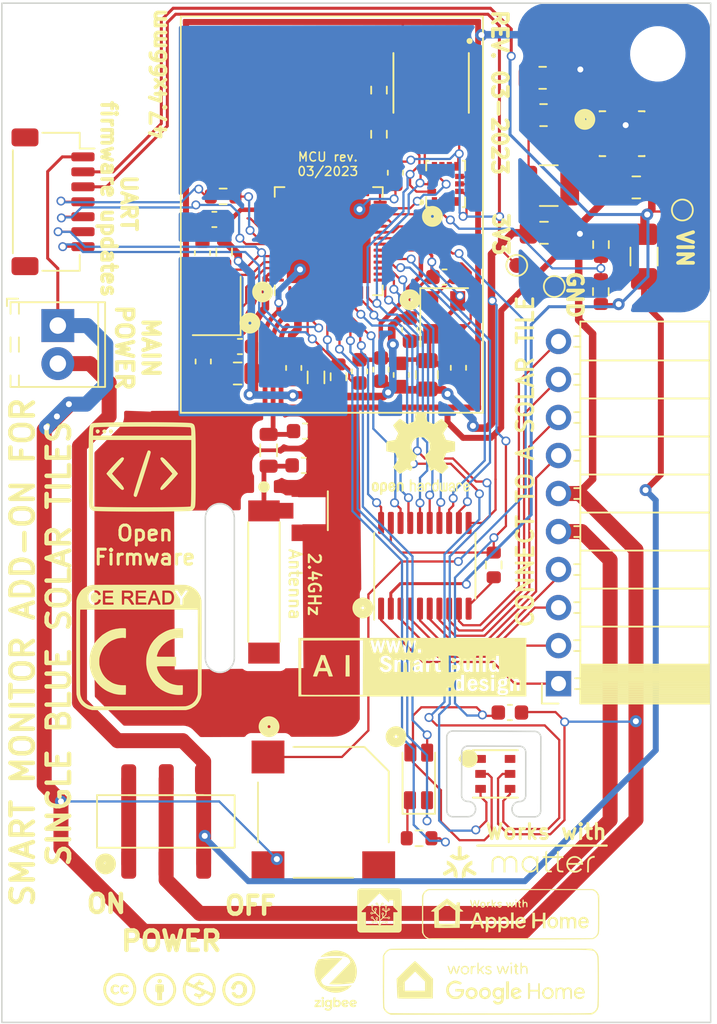
<source format=kicad_pcb>
(kicad_pcb (version 20221018) (generator pcbnew)
  (layers (0 "F.Cu" signal) (31 "B.Cu" signal) (34 "B.Paste" user) (35 "F.Paste" user) (36 "B.SilkS" user "B.Silkscreen") (37 "F.SilkS" user "F.Silkscreen") (38 "B.Mask" user) (39 "F.Mask" user) (44 "Edge.Cuts" user))
  (net 0 "")
  (net 1 "3V3")
  (net 2 "VIN")
  (net 3 "PWR")
  (net 4 "GND")
  (net 5 "Net-(AU1-SW)")
  (net 6 "Net-(AU1-FB)")
  (net 7 "CHIP_EN")
  (net 8 "Net-(J5-SIG)")
  (net 9 "Net-(ESP32S1-LNA_IN{slash}RF)")
  (net 10 "Net-(EC10-Pad1)")
  (net 11 "PWR_HOME")
  (net 12 "Net-(ESP32S1-GPIO15{slash}ADC2_CH4{slash}XTAL_32K_P)")
  (net 13 "Net-(J4-Pin_1)")
  (net 14 "Net-(ESP32S1-GPIO16{slash}ADC2_CH5{slash}XTAL_32K_N)")
  (net 15 "Net-(ESP32S1-XTAL_P)")
  (net 16 "VDD_SPI")
  (net 17 "Net-(ESP32S1-XTAL_N)")
  (net 18 "TXD0")
  (net 19 "Net-(ESP32S1-U0TXD{slash}PROG{slash}GPIO43)")
  (net 20 "ESP_GPIO0_BOOT-DTR")
  (net 21 "DAC_CALIBRATION")
  (net 22 "IO13_LED_B")
  (net 23 "LED_R_IO06")
  (net 24 "GPIO8_I2C_SDA")
  (net 25 "GPIO9_I2C_SCL")
  (net 26 "IO14_LED_G")
  (net 27 "BAT_SENSE_IO21")
  (net 28 "SPICS1")
  (net 29 "SPIHD")
  (net 30 "SPIWP")
  (net 31 "SPICS0")
  (net 32 "SPICLK")
  (net 33 "SPIQ")
  (net 34 "SPID")
  (net 35 "unconnected-(ESP32S1-SPICLK_N{slash}GPIO48-Pad36)")
  (net 36 "unconnected-(ESP32S1-SPICLK_P{slash}GPIO47-Pad37)")
  (net 37 "unconnected-(ESP32S1-MTCK{slash}JTAG{slash}GPIO39-Pad44)")
  (net 38 "unconnected-(ESP32S1-MTDO{slash}JTAG{slash}GPIO40-Pad45)")
  (net 39 "unconnected-(ESP32S1-MTDI{slash}JTAG{slash}GPIO41-Pad47)")
  (net 40 "unconnected-(ESP32S1-MTMS{slash}JTAG{slash}GPIO42-Pad48)")
  (net 41 "RXD0")
  (net 42 "Net-(LED1-RA)")
  (net 43 "BAT_LEVEL_CH1")
  (net 44 "BAT_LEVEL_CH2")
  (net 45 "BAT_LEVEL_CH3")
  (net 46 "BAT_LEVEL_CH4")
  (net 47 "BAT_LEVEL_CH5")
  (net 48 "BAT_LEVEL_CH6")
  (net 49 "BAT_LEVEL_CH7")
  (net 50 "BAT_LEVEL_CH8")
  (net 51 "Net-(U3-OE)")
  (net 62 "unconnected-(ESP32S1-GPIO33-Pad38)")
  (net 63 "unconnected-(ESP32S1-GPIO34-Pad39)")
  (net 64 "unconnected-(ESP32S1-GPIO35-Pad40)")
  (net 65 "unconnected-(ESP32S1-GPIO36-Pad41)")
  (net 66 "unconnected-(ESP32S1-GPIO38-Pad43)")
  (net 67 "BAT_LEVEL_CH1_IO5")
  (net 68 "BAT_LEVEL_CH2_IO6")
  (net 69 "BAT_LEVEL_CH3_IO7")
  (net 70 "BAT_LEVEL_CH4_IO10")
  (net 71 "BAT_LEVEL_CH5_IO11")
  (net 72 "BAT_LEVEL_CH6_IO12")
  (net 73 "BAT_LEVEL_CH7_IO13")
  (net 74 "BAT_LEVEL_CH8_IO14")
  (net 75 "IMU_CS_IO21")
  (net 76 "unconnected-(ESP32S1-GPIO37-Pad42)")
  (net 77 "BUZZER_IO17")
  (footprint "Resistor_SMD:R_0603_1608Metric" (layer "F.Cu") (at 124.05 82.32 -90)
    (fp_text reference "ER3" hide)
    (fp_text value "10k" hide)
  )
  (footprint "AeonLabs Logos:smart build design" (layer "F.Cu") (at 136.63 110.04)
    (fp_text reference "G***" hide)
    (fp_text value "LOGO" hide)
  )
  (footprint "Resistor_SMD:R_0603_1608Metric" (layer "F.Cu") (at 142.07 103.22 -90)
    (fp_text reference "TXR1" hide)
    (fp_text value "10K" hide)
  )
  (footprint "TestPoint:TestPoint_Pad_D1.0mm" (layer "F.Cu") (at 143.61 83.21)
    (fp_text reference "TP1" hide)
    (fp_text value "VOut" hide)
  )
  (footprint "LED_SMD:LED_1206_3210_RGB_Metric" (layer "F.Cu") (at 137.1 117.58 90)
    (fp_text reference "LED1" hide)
    (fp_text value "LED_GBRC" hide)
  )
  (footprint "Resistor_SMD:R_0805_2012Metric_Pad1.20x1.40mm_HandSolder" (layer "F.Cu") (at 145.34 70.68 180)
    (fp_text reference "AR1" hide)
    (fp_text value "7k5" hide)
  )
  (footprint "Capacitor_SMD:C_0603_1608Metric" (layer "F.Cu") (at 138.78 83.99 180)
    (fp_text reference "EC12" hide)
    (fp_text value "22pF 5% 50V" hide)
  )
  (footprint "Capacitor_SMD:C_0805_2012Metric" (layer "F.Cu") (at 124.95 90.43)
    (fp_text reference "EC2" hide)
    (fp_text value "1uF" hide)
  )
  (footprint "MountingHole:MountingHole_3.2mm_M3" (layer "F.Cu") (at 112.76 69.1)
    (fp_text reference "REF**" hide)
    (fp_text value "MountingHole_3.2mm_M3" hide)
  )
  (footprint "Capacitor_SMD:C_0603_1608Metric" (layer "F.Cu") (at 128.7 90.06 -90)
    (fp_text reference "EC10" hide)
    (fp_text value "100nF 10% 16V" hide)
  )
  (footprint "Capacitor_SMD:C_0603_1608Metric" (layer "F.Cu") (at 122.65 89.63 -90)
    (fp_text reference "EC14" hide)
    (fp_text value "22pF 5% 50V" hide)
  )
  (footprint "Connector_JST:JST_SH_SM07B-SRSS-TB_1x07-1MP_P1.00mm_Horizontal" (layer "F.Cu") (at 112.61 78.96 -90)
    (fp_text reference "J2" hide)
    (fp_text value "Conn_01x07_Socket" hide)
  )
  (footprint "Inductor_SMD:L_0805_2012Metric" (layer "F.Cu") (at 130.19 90.69 90)
    (fp_text reference "L1" hide)
    (fp_text value "2nH 5%" hide)
  )
  (footprint "TestPoint:TestPoint_Pad_D1.0mm" (layer "F.Cu") (at 154.68 79.51)
    (fp_text reference "TP3" hide)
    (fp_text value "VIN" hide)
  )
  (footprint "MountingHole:MountingHole_3.2mm_M3" (layer "F.Cu") (at 112.71 130.41)
    (fp_text reference "REF**" hide)
    (fp_text value "MountingHole_3.2mm_M3" hide)
  )
  (footprint "Resistor_SMD:R_0603_1608Metric" (layer "F.Cu") (at 134.4 74.45 90)
    (fp_text reference "ER5" hide)
    (fp_text value "10k" hide)
  )
  (footprint "Crystal:Crystal_SMD_EuroQuartz_MT-4Pin_3.2x2.5mm" (layer "F.Cu") (at 138.76 86.68 -90)
    (fp_text reference "ECY1" hide)
    (fp_text value "32.768Mhz 22pF+-10PPM" hide)
  )
  (footprint "AeonLabs Logos:open_firmware" (layer "F.Cu") (at 118.421828 97.626806)
    (fp_text reference "G***" hide)
    (fp_text value "LOGO" hide)
  )
  (footprint "Capacitor_SMD:C_0603_1608Metric" (layer "F.Cu") (at 136.46 87.5 -90)
    (fp_text reference "EC8" hide)
    (fp_text value "100nF 10% 16V" hide)
  )
  (footprint "Capacitor_SMD:C_0603_1608Metric" (layer "F.Cu") (at 122.6 82.375 90)
    (fp_text reference "EC17" hide)
    (fp_text value "22pF 5% 50V" hide)
  )
  (footprint "Package_DFN_QFN:QFN-56-1EP_7x7mm_P0.4mm_EP5.6x5.6mm" (layer "F.Cu") (at 131.04 81.59 90)
    (fp_text reference "ESP32S1" hide)
    (fp_text value "ESP32-S3" hide)
  )
  (footprint "Capacitor_SMD:C_0603_1608Metric" (layer "F.Cu") (at 134.53 90.17 90)
    (fp_text reference "EC7" hide)
    (fp_text value "100nF 10% 16V" hide)
  )
  (footprint "Capacitor_SMD:C_0805_2012Metric" (layer "F.Cu") (at 137.6 90.52 90)
    (fp_text reference "EC3" hide)
    (fp_text value "10uF 20% 6.3V" hide)
  )
  (footprint "Resistor_SMD:R_0603_1608Metric" (layer "F.Cu") (at 131.69 90.65 90)
    (fp_text reference "ER1" hide)
    (fp_text value "10k" hide)
  )
  (footprint "MountingHole:MountingHole_3.2mm_M3" (layer "F.Cu") (at 152.76 130.21)
    (fp_text reference "REF**" hide)
    (fp_text value "MountingHole_3.2mm_M3" hide)
  )
  (footprint "Capacitor_SMD:C_0603_1608Metric" (layer "F.Cu") (at 129.37 96.57)
    (fp_text reference "EC6" hide)
    (fp_text value "100nF 10% 16V" hide)
  )
  (footprint "Symbol:OSHW-Logo2_7.3x6mm_SilkScreen" (layer "F.Cu") (at 137.19 95.77)
    (fp_text reference "REF**" hide)
    (fp_text value "OSHW-Logo2_7.3x6mm_SilkScreen" hide)
  )
  (footprint "AeonLabs Logosy:CE Ready Small Logo" (layer "F.Cu") (at 118.35 108.73)
    (fp_text reference "G***" hide)
    (fp_text value "LOGO" hide)
  )
  (footprint "Capacitor_SMD:C_0603_1608Metric" (layer "F.Cu") (at 129.46 94.28)
    (fp_text reference "EC9" hide)
    (fp_text value "100nF 10% 16V" hide)
  )
  (footprint "TestPoint:TestPoint_Pad_D1.0mm" (layer "F.Cu") (at 146.12 84.62)
    (fp_text reference "TP2" hide)
    (fp_text value "GND" hide)
  )
  (footprint "Crystal:Crystal_SMD_EuroQuartz_MT-4Pin_3.2x2.5mm" (layer "F.Cu") (at 123.55 85.92 90)
    (fp_text reference "ECY2" hide)
    (fp_text value "40Mhz 22pF+-10PPM" hide)
  )
  (footprint "AeonLabs Logos:zigbee" (layer "F.Cu") (at 131.5 130.99)
    (fp_text reference "G***" hide)
    (fp_text value "LOGO" hide)
  )
  (footprint "Resistor_SMD:R_0603_1608Metric" (layer "F.Cu") (at 137.08 121.48 180)
    (fp_text reference "LR1" hide)
    (fp_text value "330R" hide)
  )
  (footprint "Inductor_SMD:L_1210_3225Metric" (layer "F.Cu") (at 145.75 77.88)
    (fp_text reference "AL1" hide)
    (fp_text value "3.3uF" hide)
  )
  (footprint "Fuse:Fuse_1206_3216Metric_Pad1.42x1.75mm_HandSolder" (layer "F.Cu") (at 152.12 82.6175 90)
    (fp_text reference "F1" hide)
    (fp_text value "Polyfuse" hide)
  )
  (footprint "AeonLabs Logos:works with apple home" (layer "F.Cu") (at 143.2 126.55)
    (fp_text reference "G***" hide)
    (fp_text value "LOGO" hide)
  )
  (footprint "Capacitor_SMD:C_0603_1608Metric" (layer "F.Cu") (at 139.71 90.05 -90)
    (fp_text reference "EC13" hide)
    (fp_text value "22pF 5% 50V" hide)
  )
  (footprint "Connector_PinSocket_2.54mm:PinSocket_1x10_P2.54mm_Horizontal" (layer "F.Cu") (at 146.4 111.15 180)
    (fp_text reference "J1" hide)
    (fp_text value "Conn_01x10_Socket" hide)
  )
  (footprint "Sensor_Motion:LSM6DS3 Motion Sensor PQFN50P300X250X86-14N" (layer "F.Cu") (at 138.855 77.765 90)
    (fp_text reference "IMU1" hide)
    (fp_text value "LSM6DS3" hide)
  )
  (footprint "Capacitor_SMD:C_0603_1608Metric" (layer "F.Cu") (at 143.15 113.08 180)
    (fp_text reference "SHC1" hide)
    (fp_text value "100nF" hide)
  )
  (footprint "Capacitor_SMD:C_0603_1608Metric" (layer "F.Cu") (at 123.395 80.14 180)
    (fp_text reference "EC11" hide)
    (fp_text value "100nF 10% 16V" hide)
  )
  (footprint "Resistor_SMD:R_0603_1608Metric" (layer "F.Cu") (at 149.23 84.96 90)
    (fp_text reference "MR1" hide)
    (fp_text value "390K" hide)
  )
  (footprint "TerminalBlock_Phoenix:TerminalBlock_Phoenix_MPT-0,5-2-2.54_1x02_P2.54mm_Horizontal" (layer "F.Cu") (at 112.93 87.23 -90)
    (fp_text reference "J3" hide)
    (fp_text value "Screw_Terminal_01x02" hide)
  )
  (footprint "RF_Antenna:2.4ghZ WIFI ANTENNA AN9520_ANT2-SMD-9.5X2.1X1.0MM" (layer "F.Cu") (at 126.71 104.36 -90)
    (property "VALUE" "AN9520")
    (fp_text reference "ANT1" hide)
    (fp_text value "SMD-BUILT-IN-ANTENNA-2.4GHZ(2P-9.5X2.1MM)" hide)
  )
  (footprint "AeonLabs Logos:works with matter" (layer "F.Cu") (at 143.75 123.07)
    (fp_text reference "G***" hide)
    (fp_text value "LOGO" hide)
  )
  (footprint "Capacitor_SMD:C_0603_1608Metric" (layer "F.Cu") (at 135.5 77.02 90)
    (fp_text reference "IMUC1" hide)
    (fp_text value "100nF" hide)
  )
  (footprint "Resistor_SMD:R_0603_1608Metric" (layer "F.Cu") (at 149.24 81.82 90)
    (fp_text reference "MR2" hide)
    (fp_text value "110K" hide)
  )
  (footprint "Capacitor_SMD:C_0805_2012Metric_Pad1.18x1.45mm_HandSolder" (layer "F.Cu") (at 151.6 78 180)
    (fp_text reference "AC2" hide)
    (fp_text value "4.7uF" hide)
  )
  (footprint "Buzzer_Beeper:MagneticBuzzer_Kobitone_254-EMB84Q-RO" (layer "F.Cu") (at 130.68 119.75)
    (fp_text reference "BZ1" hide)
    (fp_text value "Buzzer")
  )
  (footprint "MountingHole:MountingHole_3.2mm_M3" (layer "F.Cu") (at 153.04 69.08)
    (fp_text reference "REF**" hide)
    (fp_text value "MountingHole_3.2mm_M3" hide)
  )
  (footprint "Resistor_SMD:R_0603_1608Metric" (layer "F.Cu") (at 134.4 71.5 90)
    (fp_text reference "ER4" hide)
    (fp_text value "10k" hide)
  )
  (footprint "Resistor_SMD:R_0603_1608Metric" (layer "F.Cu") (at 123.98 78.6)
    (fp_text reference "ER2" hide)
    (fp_text value "499R" hide)
  )
  (footprint "AeonLabs Logos:works with home assistant" (layer "F.Cu") (at 134.43 126.29)
    (fp_text reference "G***" hide)
    (fp_text value "LOGO" hide)
  )
  (footprint "AeonLabs_Shields:ESP32-S3 GND Shield" (layer "F.Cu") (at 131.7 80.195 90)
    (fp_text reference "J6" hide)
    (fp_text value "RFShield_OnePiece" hide)
  )
  (footprint "RF_Antenna:RF Antenna IPEX SMD PCB HRS_U.FL-R-SMT(01)" (layer "F.Cu") (at 129.68 99.6 -90)
    (fp_text reference "J5" hide)
    (fp_text value "U.FL-R-SMT(01)" hide)
  )
  (footprint "Package_SO:ATSHA204A Auth SOIC8" (layer "F.Cu") (at 137.885 71.02 -90)
    (fp_text reference "U1" hide)
    (fp_text value "ATSHA204A-MAHDA-T" hide)
  )
  (footprint "Capacitor_SMD:C_0603_1608Metric" (layer "F.Cu") (at 135.89 90.53 90)
    (fp_text reference "EC5" hide)
    (fp_text value "1uF 20% 6.3V" hide)
  )
  (footprint "Package_DFN_QFN:AUR9718 ST1S09 SON95P300X300X100-7N" (layer "F.Cu") (at 150.6475 74.41)
    (fp_text reference "AU1" hide)
    (fp_text value "AUR9718x_DFN_3x3mm_6_pin" hide)
  )
  (footprint "Button_Switch_THT:Toggle Switch 2 pos PCB  MSS-22D18G2 2P2T" (layer "F.Cu") (at 122.05 130.32)
    (fp_text reference "J4" hide)
    (fp_text value "Conn_02x03_Counter_Clockwise")
  )
  (footprint "Capacitor_SMD:C_0603_1608Metric" (layer "F.Cu") (at 133.1 90.29 -90)
    (fp_text reference "EC1" hide)
    (fp_text value "1uF" hide)
  )
  (footprint "Resistor_SMD:R_0805_2012Metric_Pad1.20x1.40mm_HandSolder" (layer "F.Cu") (at 145.4 73.17)
    (fp_text reference "AR2" hide)
    (fp_text value "24K" hide)
  )
  (footprint "AeonLabs:aeon creative commons logos" (layer "F.Cu") (at 121.04 131.53)
    (fp_text reference "G***" hide)
    (fp_text value "LOGO" hide)
  )
  (footprint "Capacitor_SMD:C_0805_2012Metric_Pad1.18x1.45mm_HandSolder" (layer "F.Cu") (at 145.43 81.03)
    (fp_text reference "AC1" hide)
    (fp_text value "22uF" hide)
  )
  (footprint "AeonLabs Logos:works with google home" (layer "F.Cu") (at 141.88 131.04)
    (fp_text reference "G***" hide)
    (fp_text value "LOGO" hide)
  )
  (footprint "Package_SO:TSSOP-20_4.4x6.5mm_P0.65mm" (layer "F.Cu") (at 137.465 103.2775 90)
    (fp_text reference "U3" hide)
    (fp_text value "TXS0108EPW" hide)
  )
  (footprint "Capacitor_SMD:C_0603_1608Metric" (layer "F.Cu") (at 125.1 88.63)
    (fp_text reference "EC4" hide)
    (fp_text value "100nF 10% 50V" hide)
  )
  (footprint "Sensor_Humidity:AHT20 HT Sensor PSON100P300X300X110-6N" (layer "F.Cu") (at 142.175 117.18)
    (fp_text reference "U2" hide)
    (fp_text value "AHT20" hide)
  )
  (footprint "Inductor_SMD:L_0805_2012Metric" (layer "F.Cu") (at 127.02 95.56 90)
    (fp_text reference "EL1" hide)
    (fp_text value "12nH 5%" hide)
  )
  (gr_circle (center 133.32 106.094136) (end 133.411049 106.124136) (stroke (width 0.6)) (fill none) (layer "F.SilkS"))
  (gr_circle (center 140.4 116.155864) (end 140.4 116.151728) (stroke (width 0.6)) (fill none) (layer "F.SilkS"))
  (gr_line (start 149.62 121.97) (end 140.98 121.97) (stroke (width 0.15)) (layer "F.SilkS"))
  (gr_circle (center 126.618951 84.98) (end 126.71 85.01) (stroke (width 0.6)) (fill none) (layer "F.SilkS"))
  (gr_circle (center 137.97 79.934136) (end 138.061049 79.964136) (stroke (width 0.6)) (fill none) (layer "F.SilkS"))
  (gr_circle (center 148.16 73.454136) (end 148.251049 73.484136) (stroke (width 0.6)) (fill none) (layer "F.SilkS"))
  (gr_circle (center 116.12 123.194136) (end 116.211049 123.224136) (stroke (width 0.6)) (fill none) (layer "F.SilkS"))
  (gr_circle (center 127.05 114.024136) (end 127.141049 114.054136) (stroke (width 0.6)) (fill none) (layer "F.SilkS"))
  (gr_circle (center 125.77 87.064136) (end 125.861049 87.094136) (stroke (width 0.6)) (fill none) (layer "F.SilkS"))
  (gr_circle (center 136.47 85.504136) (end 136.561049 85.534136) (stroke (width 0.6)) (fill none) (layer "F.SilkS"))
  (gr_circle (center 135.54 114.694136) (end 135.631049 114.724136) (stroke (width 0.6)) (fill none) (layer "F.SilkS"))
  (gr_arc (start 122.79 100.09) (mid 123.76 99.12) (end 124.73 100.09) (stroke (width 0.1)) (layer "Edge.Cuts"))
  (gr_arc (start 145.21 119.62) (mid 145.097142 119.923) (end 144.800001 120.050487) (stroke (width 0.1)) (layer "Edge.Cuts"))
  (gr_line (start 138.927245 114.743098) (end 138.932611 119.632755) (stroke (width 0.1)) (layer "Edge.Cuts"))
  (gr_arc (start 143.78 115.33) (mid 144.083123 115.442728) (end 144.210487 115.739999) (stroke (width 0.1)) (layer "Edge.Cuts"))
  (gr_line (start 140.35 120.04) (end 139.363098 120.042754) (stroke (width 0.1)) (layer "Edge.Cuts"))
  (gr_arc (start 144.21 118.599999) (mid 144.097176 118.903031) (end 143.800001 119.030486) (stroke (width 0.1)) (layer "Edge.Cuts"))
  (gr_arc (start 140.35 119.02) (mid 140.046926 118.90722) (end 139.919513 118.610001) (stroke (width 0.1)) (layer "Edge.Cuts"))
  (gr_arc (start 139.363098 120.042754) (mid 139.059983 119.930017) (end 138.932611 119.632755) (stroke (width 0.1)) (layer "Edge.Cuts"))
  (gr_line (start 144.789513 114.340001) (end 139.337244 114.312611) (stroke (width 0.1)) (layer "Edge.Cuts"))
  (gr_line (start 145.21 119.62) (end 145.22 114.75) (stroke (width 0.1)) (layer "Edge.Cuts"))
  (gr_arc (start 140.35 119.02) (mid 140.860055 119.53) (end 140.35 120.04) (stroke (width 0.1)) (layer "Edge.Cuts"))
  (gr_rect (start 109.19 65.69) (end 156.57 133.78) (stroke (width 0.1)) (fill none) (layer "Edge.Cuts"))
  (gr_arc (start 143.800001 120.050486) (mid 143.290169 119.540486) (end 143.800001 119.030486) (stroke (width 0.1)) (layer "Edge.Cuts"))
  (gr_line (start 139.919513 118.610001) (end 139.93 115.75) (stroke (width 0.1)) (layer "Edge.Cuts"))
  (gr_line (start 144.21 118.599999) (end 144.210487 115.739999) (stroke (width 0.1)) (layer "Edge.Cuts"))
  (gr_arc (start 138.927245 114.743098) (mid 139.04004 114.440038) (end 139.337244 114.312611) (stroke (width 0.1)) (layer "Edge.Cuts"))
  (gr_arc (start 144.789513 114.340001) (mid 145.092662 114.452703) (end 145.22 114.75) (stroke (width 0.1)) (layer "Edge.Cuts"))
  (gr_line (start 140.339999 115.319513) (end 143.78 115.33) (stroke (width 0.1)) (layer "Edge.Cuts"))
  (gr_line (start 122.79 100.09) (end 122.79 109.43) (stroke (width 0.1)) (layer "Edge.Cuts"))
  (gr_arc (start 124.73 109.43) (mid 123.76 110.4) (end 122.79 109.43) (stroke (width 0.1)) (layer "Edge.Cuts"))
  (gr_line (start 124.73 100.09) (end 124.73 109.43) (stroke (width 0.1)) (layer "Edge.Cuts"))
  (gr_line (start 144.800001 120.050487) (end 143.800001 120.050486) (stroke (width 0.1)) (layer "Edge.Cuts"))
  (gr_arc (start 139.93 115.75) (mid 140.042684 115.446834) (end 140.339999 115.319513) (stroke (width 0.1)) (layer "Edge.Cuts"))
  (gr_text "ON" (at 114.72 126.56) (layer "F.SilkS") (effects (font (size 1.2 1.2) (thickness 0.3) bold) (justify left bottom)))
  (gr_text "Open\nFirmware" (at 118.75 103.3) (layer "F.SilkS") (effects (font (size 1 1) (thickness 0.2) bold) (justify bottom)))
  (gr_text "GND" (at 146.9 83.49 270) (layer "F.SilkS") (effects (font (size 1 1) (thickness 0.25) bold) (justify left bottom)))
  (gr_text "POWER" (at 117.01 129.11) (layer "F.SilkS") (effects (font (size 1.3 1.3) (thickness 0.3) bold) (justify left bottom)))
  (gr_text "VIN" (at 154.26 80.73 270) (layer "F.SilkS") (effects (font (size 1 1) (thickness 0.25) bold) (justify left bottom)))
  (gr_text "CONNECT TO A SOLAR TILE" (at 144.82 107.52 90) (layer "F.SilkS") (effects (font (size 1.1 1.1) (thickness 0.2) bold) (justify left bottom)))
  (gr_text "2.4GHz\nAntenna" (at 128.32 104.52 270) (layer "F.SilkS") (effects (font (size 0.8 0.8) (thickness 0.15) bold) (justify bottom)))
  (gr_text "UART" (at 117.09 77.06 270) (layer "F.SilkS") (effects (font (size 1 1) (thickness 0.25) bold) (justify left bottom)))
  (gr_text "47.4x66mm" (at 120.26 74.96 90) (layer "F.SilkS") (effects (font (size 1 1) (thickness 0.25) bold) (justify left bottom)))
  (gr_text "OFF" (at 123.95 126.68) (layer "F.SilkS") (effects (font (size 1.2 1.2) (thickness 0.3) bold) (justify left bottom)))
  (gr_text "MCU rev.\n03/2023" (at 130.98 77.28) (layer "F.SilkS") (effects (font (size 0.6 0.6) (thickness 0.1) bold) (justify bottom)))
  (gr_text "Works with" (at 141.42 121.63) (layer "F.SilkS") (effects (font (size 1 1) (thickness 0.2) bold) (justify left bottom)))
  (gr_text "3V3" (at 141.95 79.59 270) (layer "F.SilkS") (effects (font (size 1 1) (thickness 0.25) bold) (justify left bottom)))
  (gr_text "firmware updates" (at 115.76 72.09 270) (layer "F.SilkS") (effects (font (size 1 1) (thickness 0.25) bold) (justify left bottom)))
  (gr_text "MAIN\nPOWER" (at 116.73 88.71 -90) (layer "F.SilkS") (effects (font (size 1.1 1.1) (thickness 0.275) bold) (justify bottom)))
  (gr_text "REV. 03-2023 " (at 141.88 66.02 -90) (layer "F.SilkS") (effects (font (size 1 1) (thickness 0.25) bold) (justify left bottom)))
  (gr_text "SMART MONITOR ADD-ON FOR \nSINGLE BLUE SOLAR TILES\n" (at 113.88 108.48 90) (layer "F.SilkS") (effects (font (size 1.5 1.5) (thickness 0.3) bold) (justify bottom)))
  (segment (start 135.25 88.41) (end 135.33 88.49) (width 0.51) (layer "F.Cu") (net 1))
  (segment (start 134.4025 75.2775) (end 133.9475 75.2775) (width 0.15) (layer "F.Cu") (net 1))
  (segment (start 126.905433 80.1925) (end 126.225433 79.5125) (width 0.15) (layer "F.Cu") (net 1))
  (segment (start 144.4 77.83) (end 144.35 77.88) (width 0.15) (layer "F.Cu") (net 1))
  (segment (start 142.8845 94.94) (end 142.8845 100.6255) (width 0.15) (layer "F.Cu") (net 1))
  (segment (start 142.8845 100.6255) (end 142.07 101.44) (width 0.15) (layer "F.Cu") (net 1))
  (segment (start 126.76 84.0425) (end 126.76 84.7025) (width 0.3) (layer "F.Cu") (net 1))
  (segment (start 136.35 86.615) (end 136.35 84.7425) (width 0.3) (layer "F.Cu") (net 1))
  (segment (start 136.67 113.29) (end 136.67 116.4) (width 0.15) (layer "F.Cu") (net 1))
  (segment (start 139.97 78.2825) (end 140.25 78.5625) (width 0.15) (layer "F.Cu") (net 1))
  (segment (start 140.25 79.8325) (end 140.17 79.9125) (width 0.15) (layer "F.Cu") (net 1))
  (segment (start 143.61 83.21) (end 142.505 82.105) (width 0.15) (layer "F.Cu") (net 1))
  (segment (start 139.78 121.61) (end 141.44 121.61) (width 0.15) (layer "F.Cu") (net 1))
  (segment (start 139.7 76.7025) (end 139.605 76.7975) (width 0.15) (layer "F.Cu") (net 1))
  (segment (start 131.74 91.7175) (end 131.595 91.8625) (width 0.51) (layer "F.Cu") (net 1))
  (segment (start 136.43 86.695) (end 136.46 86.725) (width 0.51) (layer "F.Cu") (net 1))
  (segment (start 137.2 82.4525) (end 136.88 82.1325) (width 0.3) (layer "F.Cu") (net 1))
  (segment (start 137.2 83.8925) (end 137.2 82.4525) (width 0.3) (layer "F.Cu") (net 1))
  (segment (start 125.75 91.8825) (end 125.86 91.7725) (width 0.51) (layer "F.Cu") (net 1))
  (segment (start 133.54 72.76) (end 133.9825 72.3175) (width 0.15) (layer "F.Cu") (net 1))
  (segment (start 136.629035 76.2775) (end 135.4025 76.2775) (width 0.15) (layer "F.Cu") (net 1))
  (segment (start 126.8 84.0025) (end 126.82 84.0025) (width 0.25) (layer "F.Cu") (net 1))
  (segment (start 139.745 74.3025) (end 139.745 73.3975) (width 0.15) (layer "F.Cu") (net 1))
  (segment (start 123.97 80.2775) (end 124.125 80.1225) (width 0.51) (layer "F.Cu") (net 1))
  (segment (start 124.99 82.918) (end 124.99 82.4775) (width 0.51) (layer "F.Cu") (net 1))
  (segment (start 141.92 93.77) (end 141.92 82.46) (width 0.5) (layer "F.Cu") (net 1))
  (segment (start 138.54 120.37) (end 139.78 121.61) (width 0.15) (layer "F.Cu") (net 1))
  (segment (start 114.61 77.96) (end 116.19 77.96) (width 0.2) (layer "F.Cu") (net 1))
  (segment (start 133.9475 75.2775) (end 133.54 74.87) (width 0.15) (layer "F.Cu") (net 1))
  (segment (start 124.53 80.1225) (end 125.16 79.4925) (width 0.3) (layer "F.Cu") (net 1))
  (segment (start 139.76 75.7525) (end 139.7 75.8125) (width 0.15) (layer "F.Cu") (net 1))
  (segment (start 141.93 121.12) (end 141.93 117.43) (width 0.15) (layer "F.Cu") (net 1))
  (segment (start 125.16 79.4925) (end 126.07 79.4925) (width 0.3) (layer "F.Cu") (net 1))
  (segment (start 142.505 82.105) (end 142.505 81.875) (width 0.15) (layer "F.Cu") (net 1))
  (segment (start 135.25 87.26) (end 135.25 88.41) (width 0.51) (layer "F.Cu") (net 1))
  (segment (start 142.45 81.82) (end 142.505 81.875) (width 0.2) (layer "F.Cu") (net 1))
  (segment (start 141.93 117.43) (end 141.68 117.18) (width 0.15) (layer "F.Cu") (net 1))
  (segment (start 131.595 91.8625) (end 128.66 91.8625) (width 0.51) (layer "F.Cu") (net 1))
  (segment (start 144.4 73.17) (end 144.4 77.83) (width 0.15) (layer "F.Cu") (net 1))
  (segment (start 140.68 93.9305) (end 140.8295 94.08) (width 0.5) (layer "F.Cu") (net 1))
  (segment (start 135.85 82.1725) (end 135.89 82.1325) (width 0.25) (layer "F.Cu") (net 1))
  (segment (start 138.54 118.27) (end 138.54 120.37) (width 0.15) (layer "F.Cu") (net 1))
  (segment (start 124.125 80.1225) (end 124.53 80.1225) (width 0.3) (layer "F.Cu") (net 1))
  (segment (start 135.27 82.1725) (end 135.85 82.1725) (width 0.25) (layer "F.Cu") (net 1))
  (segment (start 140.25 78.5625) (end 140.25 79.8325) (width 0.15) (layer "F.Cu") (net 1))
  (segment (start 138.705205 91.52) (end 137.91 91.52) (width 0.51) (layer "F.Cu") (net 1))
  (segment (start 126.82 84.0025) (end 127.03 83.7925) (width 0.2) (layer "F.Cu") (net 1))
  (segment (start 126.808 84.7525) (end 126.808 86.067581) (width 0.51) (layer "F.Cu") (net 1))
  (segment (start 141.684314 66.43) (end 142.45 67.195686) (width 0.2) (layer "F.Cu") (net 1))
  (segment (start 127.03 83.7925) (end 127.5925 83.7925) (width 0.2) (layer "F.Cu") (net 1))
  (segment (start 133.9825 72.3175) (end 134.6 72.3175) (width 0.15) (layer "F.Cu") (net 1))
  (segment (start 142.45 67.195686) (end 142.45 81.82) (width 0.2) (layer "F.Cu") (net 1))
  (segment (start 125.8025 91.83) (end 125.75 91.83) (width 0.51) (layer "F.Cu") (net 1))
  (segment (start 134.4675 82.1925) (end 135.31 82.1925) (width 0.2) (layer "F.Cu") (net 1))
  (segment (start 141.68 117.18) (end 141.19 117.18) (width 0.15) (layer "F.Cu") (net 1))
  (segment (start 140.8295 94.08) (end 141.61 94.08) (width 0.5) (layer "F.Cu") (net 1))
  (segment (start 144.3925 81.03) (end 143.35 81.03) (width 0.5) (layer "F.Cu") (net 1))
  (segment (start 135.4025 76.2775) (end 134.4025 75.2775) (width 0.15) (layer "F.Cu") (net 1))
  (segment (start 136.88 82.1325) (end 135.89 82.1325) (width 0.3) (layer "F.Cu") (net 1))
  (segment (start 141.92 82.46) (end 142.505 81.875) (width 0.5) (layer "F.Cu") (net 1))
  (segment (start 139.7 75.8125) (end 139.7 76.7025) (width 0.15) (layer "F.Cu") (net 1))
  (segment (start 126.225433 79.5125) (end 126.02 79.5125) (width 0.15) (layer "F.Cu") (net 1))
  (segment (start 143.35 81.03) (end 142.505 81.875) (width 0.5) (layer "F.Cu") (net 1))
  (segment (start 126.07 91.5625) (end 125.8025 91.83) (width 0.51) (layer "F.Cu") (net 1))
  (segment (start 142.345 113.3) (end 141.49 113.3) (width 0.15) (layer "F.Cu") (net 1))
  (segment (start 135.785 86.725) (end 135.25 87.26) (width 0.51) (layer "F.Cu") (net 1))
  (segment (start 131.74 91.6375) (end 132.0725 91.97) (width 0.51) (layer "F.Cu") (net 1))
  (segment (start 142.07 101.44) (end 142.07 102.395) (width 0.15) (layer "F.Cu") (net 1))
  (segment (start 125.75 91.83) (end 125.75 91.8825) (width 0.51) (layer "F.Cu") (net 1))
  (segment (start 137.23 112.73) (end 136.67 113.29) (width 0.15) (layer "F.Cu") (net 1))
  (segment (start 135.2025 91.52) (end 134.885 91.2025) (width 0.51) (layer "F.Cu") (net 1))
  (segment (start 116.19 77.96) (end 120.25 73.9) (width 0.2) (layer "F.Cu") (net 1))
  (segment (start 144.3925 77.9225) (end 144.35 77.88) (width 0.5) (layer "F.Cu") (net 1))
  (segment (start 127.5925 84.1925) (end 127.01 84.1925) (width 0.2) (layer "F.Cu") (net 1))
  (segment (start 132.0725 91.97) (end 134.7 91.97) (width 0.51) (layer "F.Cu") (net 1))
  (segment (start 120.25 73.9) (end 120.25 66.985686) (width 0.2) (layer "F.Cu") (net 1))
  (segment (start 136.46 86.725) (end 135.785 86.725) (width 0.51) (layer "F.Cu") (net 1))
  (segment (start 123.97 81.4675) (end 123.97 80.2775) (width 0.51) (layer "F.Cu") (net 1))
  (segment (start 134.73 91.94) (end 134.97 91.7) (width 0.51) (layer "F.Cu") (net 1))
  (segment (start 136.67 116.4) (end 138.54 118.27) (width 0.15) (layer "F.Cu") (net 1))
  (segment (start 120.805686 66.43) (end 141.684314 66.43) (width 0.2) (layer "F.Cu") (net 1))
  (segment (start 144.3925 81.03) (end 144.3925 77.9225) (width 0.5) (layer "F.Cu") (net 1))
  (segment (start 138.705205 91.52) (end 135.2025 91.52) (width 0.51) (layer "F.Cu") (net 1))
  (segment (start 133.54 74.87) (end 133.54 72.76) (width 0.15) (layer "F.Cu") (net 1))
  (segment (start 141.61 94.08) (end 141.92 93.77) (width 0.5) (layer "F.Cu") (net 1))
  (segment (start 126.07 87.5025) (end 126.07 91.5625) (width 0.51) (layer "F.Cu") (net 1))
  (segment (start 134.97 91.7) (end 135.01 91.74) (width 0.51) (layer "F.Cu") (net 1))
  (segment (start 127.5925 80.1925) (end 126.905433 80.1925) (width 0.15) (layer "F.Cu") (net 1))
  (segment (start 138.980887 91.795682) (end 138.705205 91.52) (width 0.51) (layer "F.Cu") (net 1))
  (segment (start 135.19 101.72) (end 135.865 102.395) (width 0.15) (layer "F.Cu") (net 1))
  (segment (start 141.49 113.3) (end 140.92 112.73) (width 0.15) (layer "F.Cu") (net 1))
  (segment (start 136.35 84.7425) (end 137.2 83.8925) (width 0.3) (layer "F.Cu") (net 1))
  (segment (start 134.7 91.97) (end 134.97 91.7) (width 0.51) (layer "F.Cu") (net 1))
  (segment (start 139.76 73.52) (end 139.76 75.8225) (width 0.15) (layer "F.Cu") (net 1))
  (segment (start 127.01 84.1925) (end 126.82 84.0025) (width 0.2) (layer "F.Cu") (net 1))
  (segment (start 135.19 100.415) (end 135.19 101.72) (width 0.15) (layer "F.Cu") (net 1))
  (segment (start 139.79 73.49) (end 139.76 73.52) (width 0.15) (layer "F.Cu") (net 1))
  (segment (start 140.92 112.73) (end 137.23 112.73) (width 0.15) (layer "F.Cu") (net 1))
  (segment (start 120.25 66.985686) (end 120.805686 66.43) (width 0.2) (layer "F.Cu") (net 1))
  (segment (start 141.44 121.61) (end 141.93 121.12) (width 0.15) (layer "F.Cu") (net 1))
  (segment (start 136.528306 76.378229) (end 136.629035 76.2775) (width 0.15) (layer "F.Cu") (net 1))
  (segment (start 135.33 88.526934) (end 135.33 88.49) (width 0.51) (layer "F.Cu") (net 1))
  (segment (start 135.31196 88.544974) (end 135.33 88.526934) (width 0.51) (layer "F.Cu") (net 1))
  (segment (start 124.99 82.4775) (end 123.97 81.4575) (width 0.51) (layer "F.Cu") (net 1))
  (segment (start 135.865 102.395) (end 142.07 102.395) (width 0.15) (layer "F.Cu") (net 1))
  (segment (start 126.808 86.067581) (end 126.653815 86.221766) (width 0.51) (layer "F.Cu") (net 1))
  (segment (start 139.805 78.2825) (end 139.97 78.2825) (width 0.15) (layer "F.Cu") (net 1))
  (segment (start 126.8 84.0025) (end 126.76 84.0425) (width 0.3) (layer "F.Cu") (net 1))
  (via (at 141.31 113.24) (size 0.6) (drill 0.4) (layers "F.Cu" "B.Cu") (net 1))
  (via (at 140.68 93.9305) (size 0.8) (drill 0.4) (layers "F.Cu" "B.Cu") (net 1))
  (via (at 124.99 82.918) (size 0.6) (drill 0.4) (layers "F.Cu" "B.Cu") (net 1))
  (via (at 128.64 91.9) (size 0.8) (drill 0.4) (layers "F.Cu" "B.Cu") (net 1))
  (via (at 138.980887 91.795682) (size 0.8) (drill 0.4) (layers "F.Cu" "B.Cu") (net 1))
  (via (at 139.76 75.7525) (size 0.6) (drill 0.4) (layers "F.Cu" "B.Cu") (net 1))
  (via (at 142.08 101.4) (size 0.6) (drill 0.4) (layers "F.Cu" "B.Cu") (net 1))
  (via (at 125.75 91.83) (size 0.8) (drill 0.4) (layers "F.Cu" "B.Cu") (net 1))
  (via (at 136.528306 76.176771) (size 0.6) (drill 0.4) (layers "F.Cu" "B.Cu") (net 1))
  (via (at 135.01 91.7) (size 0.8) (drill 0.4) (layers "F.Cu" "B.Cu") (net 1))
  (via (at 141.97 85.57) (size 0.6) (drill 0.4) (layers "F.Cu" "B.Cu") (net 1))
  (via (at 142.46 79.95) (size 0.6) (drill 0.4) (layers "F.Cu" "B.Cu") (net 1))
  (via (at 142.8845 94.94) (size 0.6) (drill 0.4) (layers "F.Cu" "B.Cu") (net 1))
  (via (at 135.33 88.49) (size 0.8) (drill 0.4) (layers "F.Cu" "B.Cu") (net 1))
  (via (at 140.02 79.9325) (size 0.6) (drill 0.4) (layers "F.Cu" "B.Cu") (net 1))
  (arc (start 126.653815 86.219245) (mid 126.246221 86.80824) (end 126.07 87.5025) (width 0.51) (layer "F.Cu") (net 1))
  (segment (start 136.602577 76.1025) (end 136.528306 76.176771) (width 0.15) (layer "B.Cu") (net 1))
  (segment (start 138.980887 91.795682) (end 140.68 93.494795) (width 0.5) (layer "B.Cu") (net 1))
  (segment (start 128.66 91.8625) (end 128.64 91.9) (width 0.51) (layer "B.Cu") (net 1))
  (segment (start 135.32 88.553014) (end 135.32 91.5025) (width 0.51) (layer "B.Cu") (net 1))
  (segment (start 139.76 75.7525) (end 139.49 75.7525) (width 0.15) (layer "B.Cu") (net 1))
  (segment (start 125.95 91.8625) (end 125.86 91.7725) (width 0.51) (layer "B.Cu") (net 1))
  (segment (start 142.26 85.86) (end 141.97 85.57) (width 0.15) (layer "B.Cu") (net 1))
  (segment (start 135.32 91.5025) (end 135.01 91.8125) (width 0.51) (layer "B.Cu") (net 1))
  (segment (start 142.8845 94.94) (end 142.26 94.3155) (width 0.15) (layer "B.Cu") (net 1))
  (segment (start 140.29 113.28) (end 141.45 113.28) (width 0.15) (layer "B.Cu") (net 1))
  (segment (start 140.68 93.494795) (end 140.68 93.9305) (width 0.5) (layer "B.Cu") (net 1))
  (segment (start 139.79 79.7025) (end 140.02 79.9325) (width 0.15) (layer "B.Cu") (net 1))
  (segment (start 124.99 82.918) (end 125.86 83.788) (width 0.51) (layer "B.Cu") (net 1))
  (segment (start 140.0375 79.95) (end 140.02 79.9325) (width 0.15) (layer "B.Cu") (net 1))
  (segment (start 142.08 101.47) (end 139.48 104.07) (width 0.15) (layer "B.Cu") (net 1))
  (segment (start 142.08 101.4) (end 142.08 101.47) (width 0.15) (layer "B.Cu") (net 1))
  (segment (start 139.49 75.7525) (end 139.14 76.1025) (width 0.15) (layer "B.Cu") (net 1))
  (segment (start 125.86 83.788) (end 125.86 91.7725) (width 0.51) (layer "B.Cu") (net 1))
  (segment (start 139.48 112.47) (end 140.29 113.28) (width 0.15) (layer "B.Cu") (net 1))
  (segment (start 139.14 76.1025) (end 136.602577 76.1025) (width 0.15) (layer "B.Cu") (net 1))
  (segment (start 128.64 91.9) (end 125.95 91.8625) (width 0.51) (layer "B.Cu") (net 1))
  (segment (start 142.46 79.95) (end 140.0375 79.95) (width 0.15) (layer "B.Cu") (net 1))
  (segment (start 139.48 104.07) (end 139.48 112.47) (width 0.15) (layer "B.Cu") (net 1))
  (segment (start 139.76 75.7525) (end 139.79 75.7825) (width 0.15) (layer "B.Cu") (net 1))
  (segment (start 142.26 94.3155) (end 142.26 85.86) (width 0.15) (layer "B.Cu") (net 1))
  (segment (start 135.31196 88.544974) (end 135.32 88.553014) (width 0.51) (layer "B.Cu") (net 1))
  (segment (start 139.79 75.7825) (end 139.79 79.7025) (width 0.15) (layer "B.Cu") (net 1))
  (segment (start 152.33 79.81) (end 152.33 79.77) (width 0.5) (layer "F.Cu") (net 2))
  (segment (start 152.6375 79.4625) (end 152.6375 78) (width 0.5) (layer "F.Cu") (net 2))
  (segment (start 135.82 104.47) (end 135.19 105.1) (width 0.2) (layer "F.Cu") (net 2))
  (segment (start 116.624314 76.96) (end 119.85 73.734314) (width 0.2) (layer "F.Cu") (net 2))
  (segment (start 140.21 104.47) (end 135.82 104.47) (width 0.2) (layer "F.Cu") (net 2))
  (segment (start 152.6375 76.9125) (end 153.3325 76.2175) (width 0.5) (layer "F.Cu") (net 2))
  (segment (start 143.24 67.42) (end 143.24 69.23) (width 0.2) (layer "F.Cu") (net 2))
  (segment (start 153.12 75.36) (end 152.0825 75.36) (width 0.4) (layer "F.Cu") (net 2))
  (segment (start 152.29 79.81) (end 152.33 79.81) (width 0.5) (layer "F.Cu") (net 2))
  (segment (start 152.33 79.81) (end 152.53 79.61) (width 0.15) (layer "F.Cu") (net 2))
  (segment (start 152.94 73.46) (end 153.3325 73.8525) (width 0.4) (layer "F.Cu") (net 2))
  (segment (start 152.12 81.13) (end 152.12 79.98) (width 0.5) (layer "F.Cu") (net 2))
  (segment (start 150.38 85.8) (end 150.41 85.77) (width 0.15) (layer "F.Cu") (net 2))
  (segment (start 153.3325 76.2175) (end 153.3325 75.1475) (width 0.5) (layer "F.Cu") (net 2))
  (segment (start 152.12 79.98) (end 152.29 79.81) (width 0.5) (layer "F.Cu") (net 2))
  (segment (start 152.0825 73.46) (end 152.94 73.46) (width 0.4) (layer "F.Cu") (net 2))
  (segment (start 119.85 66.82) (end 120.64 66.03) (width 0.2) (layer "F.Cu") (net 2))
  (segment (start 153.3325 75.1475) (end 153.12 75.36) (width 0.4) (layer "F.Cu") (net 2))
  (segment (start 152.6375 78) (end 152.6375 76.9125) (width 0.5) (layer "F.Cu") (net 2))
  (segment (start 153.3325 73.8525) (end 153.3325 75.1475) (width 0.4) (layer "F.Cu") (net 2))
  (segment (start 149.245 85.8) (end 150.38 85.8) (width 0.15) (layer "F.Cu") (net 2))
  (segment (start 119.85 73.734314) (end 119.85 66.82) (width 0.2) (layer "F.Cu") (net 2))
  (segment (start 114.61 76.96) (end 116.624314 76.96) (width 0.2) (layer "F.Cu") (net 2))
  (segment (start 141.85 66.03) (end 143.24 67.42) (width 0.2) (layer "F.Cu") (net 2))
  (segment (start 152.53 79.61) (end 154.58 79.61) (width 0.15) (layer "F.Cu") (net 2))
  (segment (start 154.58 79.61) (end 154.68 79.51) (width 0.15) (layer "F.Cu") (net 2))
  (segment (start 152.33 79.77) (end 152.6375 79.4625) (width 0.5) (layer "F.Cu") (net 2))
  (segment (start 135.19 105.1) (end 135.19 106.14) (width 0.2) (layer "F.Cu") (net 2))
  (segment (start 152.0825 74.41) (end 153.2325 74.41) (width 0.4) (layer "F.Cu") (net 2))
  (segment (start 149.23 85.785) (end 149.245 85.8) (width 0.15) (layer "F.Cu") (net 2))
  (segment (start 120.64 66.03) (end 141.85 66.03) (width 0.2) (layer "F.Cu") (net 2))
  (via (at 140.24 104.51) (size 0.6) (drill 0.4) (layers "F.Cu" "B.Cu") (net 2))
  (via (at 152.33 79.81) (size 0.8) (drill 0.4) (layers "F.Cu" "B.Cu") (net 2))
  (via (at 150.42 85.8) (size 0.8) (drill 0.4) (layers "F.Cu" "B.Cu") (net 2))
  (via (at 143.24 69.23) (size 0.6) (drill 0.4) (layers "F.Cu" "B.Cu") (net 2))
  (segment (start 144.575 87.155) (end 145.76 85.97) (width 0.2) (layer "B.Cu") (net 2))
  (segment (start 145.76 85.97) (end 150.25 85.97) (width 0.2) (layer "B.Cu") (net 2))
  (segment (start 144.575 99.865) (end 144.575 87.155) (width 0.2) (layer "B.Cu") (net 2))
  (segment (start 140.21 104.47) (end 140.21 104.23) (width 0.2) (layer "B.Cu") (net 2))
  (segment (start 150.25 85.97) (end 150.42 85.8) (width 0.2) (layer "B.Cu") (net 2))
  (segment (start 143.24 69.23) (end 143.16 69.31) (width 0.2) (layer "B.Cu") (net 2))
  (segment (start 143.16 74.47) (end 148.5 79.81) (width 0.2) (layer "B.Cu") (net 2))
  (segment (start 148.5 79.81) (end 152.33 79.81) (width 0.2) (layer "B.Cu") (net 2))
  (segment (start 150.53 85.8) (end 152.38 83.95) (width 0.2) (layer "B.Cu") (net 2))
  (segment (start 143.16 69.31) (end 143.16 74.47) (width 0.2) (layer "B.Cu") (net 2))
  (segment (start 152.38 83.95) (end 152.38 79.82) (width 0.2) (layer "B.Cu") (net 2))
  (segment (start 140.21 104.23) (end 144.575 99.865) (width 0.2) (layer "B.Cu") (net 2))
  (segment (start 150.42 85.8) (end 150.53 85.8) (width 0.2) (layer "B.Cu") (net 2))
  (segment (start 120.17 124.26) (end 120.17 117.54) (width 1) (layer "F.Cu") (net 3))
  (segment (start 149.85 102.89) (end 149.85 120.26) (width 1) (layer "F.Cu") (net 3))
  (segment (start 147.95 100.99) (end 149.85 102.89) (width 1) (layer "F.Cu") (net 3))
  (segment (start 122.41 126.5) (end 120.17 124.26) (width 1) (layer "F.Cu") (net 3))
  (segment (start 120.17 117.54) (end 120.18 117.53) (width 1) (layer "F.Cu") (net 3))
  (segment (start 146.4 100.99) (end 147.95 100.99) (width 1) (layer "F.Cu") (net 3))
  (segment (start 149.85 120.26) (end 143.61 126.5) (width 1) (layer "F.Cu") (net 3))
  (segment (start 143.61 126.5) (end 122.41 126.5) (width 1) (layer "F.Cu") (net 3))
  (segment (start 143.045026 121.21) (end 145.854975 121.21) (width 0.15) (layer "F.Cu") (net 4))
  (segment (start 145.28 83.78) (end 145.02 83.78) (width 0.15) (layer "F.Cu") (net 4))
  (segment (start 139.895 77.7825) (end 140.825 77.7825) (width 0.15) (layer "F.Cu") (net 4))
  (segment (start 147.75 86.85) (end 148.68 87.78) (width 0.5) (layer "F.Cu") (net 4))
  (segment (start 130.135 96.6) (end 130.135 95.48) (width 0.32) (layer "F.Cu") (net 4))
  (segment (start 136.43 88.0775) (end 137.515 88.0775) (width 0.3) (layer "F.Cu") (net 4))
  (segment (start 134.95 86.639327) (end 135.85 85.739327) (width 0.3) (layer "F.Cu") (net 4))
  (segment (start 131.23 85.03) (end 131.23 81.7925) (width 0.15) (layer "F.Cu") (net 4))
  (segment (start 124.405 88.7225) (end 124.405 89.0075) (width 0.3) (layer "F.Cu") (net 4))
  (segment (start 129.68 98.125) (end 130.805 98.125) (width 0.25) (layer "F.Cu") (net 4))
  (segment (start 142.66 117.18) (end 142.36 117.48) (width 0.15) (layer "F.Cu") (net 4))
  (segment (start 126.17 84.709607) (end 126.17 85.315393) (width 0.2) (layer "F.Cu") (net 4))
  (segment (start 130.885 101.075) (end 129.68 101.075) (width 0.25) (layer "F.Cu") (net 4))
  (segment (start 124.34 84.8025) (end 124.34 85.2025) (width 0.3) (layer "F.Cu") (net 4))
  (segment (start 146.2 113.05) (end 146.81 113.66) (width 0.15) (layer "F.Cu") (net 4))
  (segment (start 147.72 98.45) (end 147.81 98.45) (width 1) (layer "F.Cu") (net 4))
  (segment (start 147.9 81.03) (end 147.83 81.1) (width 0.5) (layer "F.Cu") (net 4))
  (segment (start 112.02 117.9) (end 113.14 119.02) (width 1) (layer "F.Cu") (net 4))
  (segment (start 142.191233 97.49806) (end 142.19 97.496827) (width 0.15) (layer "F.Cu") (net 4))
  (segment (start 136.19 81.6825) (end 137.066396 81.6825) (width 0.2) (layer "F.Cu") (net 4))
  (segment (start 137.93 83.8025) (end 136.8 84.9325) (width 0.2) (layer "F.Cu") (net 4))
  (segment (start 146.81 113.66) (end 146.81 113.71) (width 0.15) (layer "F.Cu") (net 4))
  (segment (start 122.575 80.1225) (end 122.575 81.5425) (width 0.3) (layer "F.Cu") (net 4))
  (segment (start 147.75 81.18) (end 147.75 86.85) (width 0.5) (layer "F.Cu") (net 4))
  (segment (start 112.9 93.32) (end 112.39 93.83) (width 1) (layer "F.Cu") (net 4))
  (segment (start 125.491992 87.610508) (end 124.405 88.6975) (width 0.2) (layer "F.Cu") (net 4))
  (segment (start 113.67 92.48) (end 113.67 92.55) (width 1) (layer "F.Cu") (net 4))
  (segment (start 146.12 84.62) (end 145.28 83.78) (width 0.15) (layer "F.Cu") (net 4))
  (segment (start 127.99 95.48) (end 127.96 95.45) (width 0.32) (layer "F.Cu") (net 4))
  (segment (start 137.75 89.1125) (end 138.14 89.5025) (width 0.3) (layer "F.Cu") (net 4))
  (segment (start 138.14 89.5025) (end 136.28 89.5025) (width 0.3) (layer "F.Cu") (net 4))
  (segment (start 139.56 91.03) (end 137.94 89.41) (width 0.3) (layer "F.Cu") (net 4))
  (segment (start 151.58 102.22) (end 151.58 120.227056) (width 1) (layer "F.Cu") (net 4))
  (segment (start 124 90.3725) (end 122.735 90.3725) (width 0.3) (layer "F.Cu") (net 4))
  (segment (start 134.66 89.5075) (end 134.57 89.4175) (width 0.2) (layer "F.Cu") (net 4))
  (segment (start 148.68 97.49) (end 147.72 98.45) (width 0.5) (layer "F.Cu") (net 4))
  (segment (start 142.19 97.496827) (end 142.19 94.419238) (width 0.15) (layer "F.Cu") (net 4))
  (segment (start 127.851971 90.594471) (end 127.851971 92.431971) (width 0.32) (layer "F.Cu") (net 4))
  (segment (start 151.58 120.227056) (end 144.107056 127.7) (width 1) (layer "F.Cu") (net 4))
  (segment (start 150.6475 72.9775) (end 147.86 70.19) (width 0.5) (layer "F.Cu") (net 4))
  (segment (start 147.79 70.12) (end 147.03 69.36) (width 0.5) (layer "F.Cu") (net 4))
  (segment (start 122.735 90.3725) (end 122.62 90.2575) (width 0.3) (layer "F.Cu") (net 4))
  (segment (start 134.95 89.5125) (end 133.1025 89.5125) (width 0.3) (layer "F.Cu") (net 4))
  (segment (start 127.365786 86.580808) (end 127.7 86.246594) (width 0.32) (layer "F.Cu") (net 4))
  (segment (start 112.25 76.94) (end 112.25 82.73) (width 0.2) (layer "F.Cu") (net 4))
  (segment (start 142.191233 99.538767) (end 142.191233 97.49806) (width 0.15) (layer "F.Cu") (net 4))
  (segment (start 122.5075 87.06) (end 121.5325 87.06) (width 0.3) (layer "F.Cu") (net 4))
  (segment (start 124.405 89.0075) (end 124 89.4125) (width 0.3) (layer "F.Cu") (net 4))
  (segment (start 140.39 100.415) (end 141.315 100.415) (width 0.15) (layer "F.Cu") (net 4))
  (segment (start 113.23 75.96) (end 112.25 76.94) (width 0.2) (layer "F.Cu") (net 4))
  (segment (start 127.7 86.246594) (end 127.7 85.7) (width 0.32) (layer "F.Cu") (net 4))
  (segment (start 134.66 89.5075) (end 134.52 89.3675) (width 0.3) (layer "F.Cu") (net 4))
  (segment (start 114.61 75.96) (end 113.23 75.96) (width 0.2) (layer "F.Cu") (net 4))
  (segment (start 134.95 89.5125) (end 134.665 89.5125) (width 0.3) (layer "F.Cu") (net 4))
  (segment (start 138.98 93.69) (end 138.98 92.84) (width 0.4) (layer "F.Cu") (net 4))
  (segment (start 113.67 92.55) (end 113 93.22) (width 1) (layer "F.Cu") (net 4))
  (segment (start 145.854975 121.21) (end 146.8 120.264974) (width 0.15) (layer "F.Cu") (net 4))
  (segment (start 131.46 100.5) (end 130.885 101.075) (width 0.25) (layer "F.Cu") (net 4))
  (segment (start 134.52 87.0725) (end 134.95 86.6425) (width 0.3) (layer "F.Cu") (net 4))
  (segment (start 134.66 89.5075) (end 134.2125 89.5075) (width 0.3) (layer "F.Cu") (net 4))
  (segment (start 150.6475 74.41) (end 150.6475 74.0825) (width 0.5) (layer "F.Cu") (net 4))
  (segment (start 131.46 98.78) (end 131.46 100.5) (width 0.25) (layer "F.Cu") (net 4))
  (segment (start 134.52 89.3675) (end 134.52 87.0725) (width 0.3) (layer "F.Cu") (net 4))
  (segment (start 127.851971 88.3625) (end 127.851971 90.594471) (width 0.32) (layer "F.Cu") (net 4))
  (segment (start 130.145 96.57) (end 130.145 97.66) (width 0.25) (layer "F.Cu") (net 4))
  (segment (start 130.135 95.48) (end 127.99 95.48) (width 0.32) (layer "F.Cu") (net 4))
  (segment (start 150.6475 74.0825) (end 150.89 73.84) (width 0.5) (layer "F.Cu") (net 4))
  (segment (start 144.34 69.94) (end 144.34 70.68) (width 0.5) (layer "F.Cu") (net 4))
  (segment (start 135.85 85.739327) (end 135.85 85.2725) (width 0.3) (layer "F.Cu") (net 4))
  (segment (start 147.86 70.12) (end 147.79 70.12) (width 0.5) (layer "F.Cu") (net 4))
  (segment (start 122.5075 80.12) (end 121.5325 80.12) (width 0.3) (layer "F.Cu") (net 4))
  (segment (start 139.895 77.2925) (end 140.825 77.2925) (width 0.15) (layer "F.Cu") (net 4))
  (segment (start 137.93 82.546104) (end 137.93 83.8025) (width 0.2) (layer "F.Cu") (net 4))
  (segment (start 118.69 127.7) (end 113.14 122.15) (width 1) (layer "F.Cu") (net 4))
  (segment (start 144.145 113.05) (end 146.2 113.05) (width 0.15) (layer "F.Cu") (net 4))
  (segment (start 135.99 68.645) (end 135.99 67.09) (width 0.15) (layer "F.Cu") (net 4))
  (segment (start 144.92 69.36) (end 144.34 69.94) (width 0.5) (layer "F.Cu") (net 4))
  (segment (start 130.145 97.66) (end 129.68 98.125) (width 0.25) (layer "F.Cu") (net 4))
  (segment (start 128.125 92.705) (end 134.73 92.705) (width 0.32) (layer "F.Cu") (net 4))
  (segment (start 122.4675 90.42) (end 121.4925 90.42) (width 0.3) (layer "F.Cu") (net 4))
  (segment (start 125.491992 86.725526) (end 125.491992 87.610508) (width 0.2) (layer "F.Cu") (net 4))
  (segment (start 139.55 85.6225) (end 139.55 86.0225) (width 0.3) (layer "F.Cu") (net 4))
  (segment (start 135.5 78.71) (end 135.39 78.82) (width 0.15) (layer "F.Cu") (net 4))
  (segment (start 135.5 77.795) (end 135.5 78.71) (width 0.15) (layer "F.Cu") (net 4))
  (segment (start 134.665 89.5125) (end 134.66 89.5075) (width 0.3) (layer "F.Cu") (net 4))
  (segment (start 136.27 89.5125) (end 134.95 89.5125) (width 0.3) (layer "F.Cu") (net 4))
  (segment (start 141.879238 94.73) (end 140.02 94.73) (width 0.4) (layer "F.Cu") (net 4))
  (segment (start 113.14 122.15) (end 113.14 119.02) (width 1) (layer "F.Cu") (net 4))
  (segment (start 124 89.4125) (end 124 90.3725) (width 0.3) (layer "F.Cu") (net 4))
  (segment (start 138.98 92.84) (end 138.845 92.705) (width 0.4) (layer "F.Cu") (net 4))
  (segment (start 150.5625 78) (end 150.35 78) (width 0.5) (layer "F.Cu") (net 4))
  (segment (start 112.93 83.41) (end 112.93 87.23) (width 0.2) (layer "F.Cu") (net 4))
  (segment (start 126.781971 87.861542) (end 126.781971 92.6325) (width 0.32) (layer "F.Cu") (net 4))
  (segment (start 139.55 86.0225) (end 137.75 87.8225) (width 0.3) (layer "F.Cu") (net 4))
  (segment (start 112.39 93.83) (end 112.32 93.83) (width 1) (layer "F.Cu") (net 4))
  (segment (start 146.4675 81.03) (end 146.4675 82.3325) (width 0.4) (layer "F.Cu") (net 4))
  (segment (start 149.2125 74.41) (end 150.6475 74.41) (width 0.4) (layer "F.Cu") (net 4))
  (segment (start 133.1025 89.5125) (end 133.1 89.515) (width 0.3) (layer "F.Cu") (net 4))
  (segment (start 127.935 90.6775) (end 127.851971 90.594471) (width 0.2) (layer "F.Cu") (net 4))
  (segment (start 127.868176 88.130907) (end 127.851971 88.361542) (width 0.32) (layer "F.Cu") (net 4))
  (segment (start 146.4675 82.3325) (end 145.02 83.78) (width 0.4) (layer "F.Cu") (net 4))
  (segment (start 147.03 69.36) (end 144.92 69.36) (width 0.5) (layer "F.Cu") (net 4))
  (segment (start 142.57 86.23) (end 142.57 94.039238) (width 0.4) (layer "F.Cu") (net 4))
  (segment (start 130.43 82.1925) (end 131.03 81.5925) (width 0.15) (layer "F.Cu") (net 4))
  (segment (start 137.515 88.0775) (end 137.91 87.6825) (width 0.3) (layer "F.Cu") (net 4))
  (segment (start 131.23 81.7925) (end 131.03 81.5925) (width 0.15) (layer "F.Cu") (net 4))
  (segment (start 149.24 80.995) (end 147.935 80.995) (width 0.15) (layer "F.Cu") (net 4))
  (segment (start 136.28 89.5025) (end 136.27 89.5125) (width 0.3) (layer "F.Cu") (net 4))
  (segment (start 141.315 100.415) (end 142.191233 99.538767) (width 0.15) (layer "F.Cu") (net 4))
  (segment (start 125.877107 86.0225) (end 125.782893 86.116714) (width 0.2) (layer "F.Cu") (net 4))
  (segment (start 137.066396 81.6825) (end 137.93 82.546104) (width 0.2) (layer "F.Cu") (net 4))
  (segment (start 150.6475 73.5975) (end 150.6475 72.9775) (width 0.5) (layer "F.Cu") (net 4))
  (segment (start 136.8 84.9325) (end 136.8 85.7725) (width 0.2) (layer "F.Cu") (net 4))
  (segment (start 147.9 81.03) (end 147.75 81.18) (width 0.5) (layer "F.Cu") (net 4))
  (segment (start 144.107056 127.7) (end 118.69 127.7) (width 1) (layer "F.Cu") (net 4))
  (segment (start 134.95 86.6425) (end 134.95 86.639327) (width 0.3) (layer "F.Cu") (net 4))
  (segment (start 124.34 85.2025) (end 122.54 87.0025) (width 0.3) (layer "F.Cu") (net 4))
  (segment (start 130.805 98.125) (end 131.46 98.78) (width 0.25) (layer "F.Cu") (net 4))
  (segment (start 148.68 87.78) (end 148.68 97.49) (width 0.5) (layer "F.Cu") (net 4))
  (segment (start 130.135 95.48) (end 130.135 94.58) (width 0.32) (layer "F.Cu") (net 4))
  (segment (start 147.93 80.42) (end 147.93 81.03) (width 0.5) (layer "F.Cu") (net 4))
  (segment (start 112.32 93.9) (end 112.02 94.2) (width 1) (layer "F.Cu") (net 4))
  (segment (start 147.76 81.03) (end 146.4675 81.03) (width 0.5) (layer "F.Cu") (net 4))
  (segment (start 142.36 120.524975) (end 143.045026 121.21) (width 0.15) (layer "F.Cu") (net 4))
  (segment (start 150.35 78) (end 147.93 80.42) (width 0.5) (layer "F.Cu") (net 4))
  (segment (start 112.02 94.2) (end 112.02 117.9) (width 1) (layer "F.Cu") (net 4))
  (segment (start 146.8 120.264974) (end 146.8 113.69) (width 0.15) (layer "F.Cu") (net 4))
  (segment (start 140.02 94.73) (end 138.98 93.69) (width 0.4) (layer "F.Cu") (net 4))
  (segment (start 150.735 77.8275) (end 150.5625 78) (width 0.5) (layer "F.Cu") (net 4))
  (segment (start 122.575 81.5425) (end 122.57 81.5475) (width 0.3) (layer "F.Cu") (net 4))
  (segment (start 142.36 117.48) (end 142.36 120.524975) (width 0.15) (layer "F.Cu") (net 4))
  (segment (start 143.16 117.18) (end 142.66 117.18) (width 0.15) (layer "F.Cu") (net 4))
  (segment (start 147.935 80.995) (end 147.83 81.1) (width 0.15) (layer "F.Cu") (net 4))
  (segment (start 147.93 81.03) (end 147.9 81.03) (width 0.5) (layer "F.Cu") (net 4))
  (segment (start 134.66 89.5075) (end 134.66 89.1825) (width 0.25) (layer "F.Cu") (net 4))
  (segment (start 147.86 70.19) (end 147.86 70.12) (width 0.5) (layer "F.Cu") (net 4))
  (segment (start 127.851971 92.431971) (end 128.125 92.705) (width 0.32) (layer "F.Cu") (net 4))
  (segment (start 145.02 83.78) (end 142.57 86.23) (width 0.4) (layer "F.Cu") (net 4))
  (segment (start 146.4 98.45) (end 147.72 98.45) (width 1) (layer "F.Cu") (net 4))
  (segment (start 112.25 82.73) (end 112.93 83.41) (width 0.2) (layer "F.Cu") (net 4))
  (segment (start 147.81 98.45) (end 151.58 102.22) (width 1) (layer "F.Cu") (net 4))
  (segment (start 150.89 73.84) (end 150.6475 73.5975) (width 0.5) (layer "F.Cu") (net 4))
  (segment (start 147.83 81.1) (end 147.76 81.03) (width 0.5) (layer "F.Cu") (net 4))
  (segment (start 142.57 94.039238) (end 141.879238 94.73) (width 0.4) (layer "F.Cu") (net 4))
  (segment (start 128.75 90.6775) (end 127.935 90.6775) (width 0.2) (layer "F.Cu") (net 4))
  (segment (start 130.135 94.58) (end 130.225 94.49) (width 0.32) (layer "F.Cu") (net 4))
  (segment (start 139.9575 90.86) (end 140.8825 90.86) (width 0.3) (layer "F.Cu") (net 4))
  (segment (start 137.75 87.8225) (end 137.75 89.1125) (width 0.3) (layer "F.Cu") (net 4))
  (segment (start 127.5925 82.1925) (end 130.43 82.1925) (width 0.15) (layer "F.Cu") (net 4))
  (via (at 113.67 92.48) (size 0.8) (drill 0.4) (layers "F.Cu" "B.Cu") (net 4))
  (via (at 139.81 85.25) (size 0.6) (drill 0.4) (layers "F.Cu" "B.Cu") (net 4))
  (via (at 147.86 70.12) (size 0.8) (drill 0.4) (layers "F.Cu" "B.Cu") (net 4))
  (via (at 127.57 122.87) (size 0.8) (drill 0.4) (layers "F.Cu" "B.Cu") (net 4))
  (via (at 129.12 83.48) (size 0.8) (drill 0.4) (layers "F.Cu" "B.Cu") (net 4))
  (via (at 135.41 78.77) (size 0.6) (drill 0.4) (layers "F.Cu" "B.Cu") (net 4))
  (via (at 141.25 67.82) (size 0.8) (drill 0.4) (layers "F.Cu" "B.Cu") (net 4))
  (via (at 133.1 79.46) (size 0.8) (drill 0.4) (layers "F.Cu" "B.Cu") (net 4))
  (via (at 113.14 119.02) (size 0.8) (drill 0.4) (layers "F.Cu" "B.Cu") (net 4))
  (via (at 146.81 113.71) (size 0.6) (drill 0.4) (layers "F.Cu" "B.Cu") (net 4))
  (via (at 150.89 73.84) (size 0.8) (drill 0.4) (layers "F.Cu" "B.Cu") (net 4))
  (via (at 127.7 85.7) (size 0.6) (drill 0.4) (layers "F.Cu" "B.Cu") (net 4))
  (via (at 137.93 82.9825) (size 0.6) (drill 0.4) (layers "F.Cu" "B.Cu") (net 4))
  (via (at 112.87 93.3) (size 0.8) (drill 0.4) (layers "F.Cu" "B.Cu") (net 4))
  (via (at 112.17 94.03) (size 0.8) (drill 0.4) (layers "F.Cu" "B.Cu") (net 4))
  (via (at 151.57 113.66) (size 0.8) (drill 0.4) (layers "F.Cu" "B.Cu") (net 4))
  (via (at 147.83 81.1) (size 0.8) (drill 0.4) (layers "F.Cu" "B.Cu") (net 4))
  (arc (start 126.17 85.315393) (mid 126.09388 85.698077) (end 125.877107 86.0225) (width 0.2) (layer "F.Cu") (net 4))
  (arc (start 125.782893 86.116714) (mid 125.586012 86.396266) (end 125.491992 86.725526) (width 0.2) (layer "F.Cu") (net 4))
  (arc (start 127.365786 86.578287) (mid 126.958272 87.167086) (end 126.781971 87.861542) (width 0.32) (layer "F.Cu") (net 4))
  (arc (start 128.272489 87.242128) (mid 127.990206 87.650067) (end 127.868176 88.130907) (width 0.32) (layer "F.Cu") (net 4))
  (segment (start 137.93 83.37) (end 137.93 82.9825) (width 0.15) (layer "B.Cu") (net 4))
  (segment (start 113.67 92.48) (end 114.83 92.48) (width 1) (layer "B.Cu") (net 4))
  (segment (start 127.685466 85.714534) (end 127.7 85.7) (width 0.4) (layer "B.Cu") (net 4))
  (segment (start 147.86 70.12) (end 145.54 67.8) (width 0.5) (layer "B.Cu") (net 4))
  (segment (start 127.57 122.87) (end 123.72 119.02) (width 0.15) (layer "B.Cu") (net 4))
  (segment (start 127.685466 85.822467) (end 127.685466 85.714534) (width 0.4) (layer "B.Cu") (net 4))
  (segment (start 151.58 113.45) (end 151.34 113.69) (width 0.15) (layer "B.Cu") (net 4))
  (segment (start 112.17 93.98) (end 113.67 92.48) (width 1) (layer "B.Cu") (net 4))
  (segment (start 146.83 113.69) (end 146.81 113.71) (width 0.15) (layer "B.Cu") (net 4))
  (segment (start 127.685466 84.937034) (end 129.12 83.5025) (width 0.4) (layer "B.Cu") (net 4))
  (segment (start 114.89 87.23) (end 112.93 87.23) (width 1) (layer "B.Cu") (net 4))
  (segment (start 129.12 83.5025) (end 129.12 83.48) (width 0.4) (layer "B.Cu") (net 4))
  (segment (start 141.1 67.8) (end 141.07 67.83) (width 0.5) (layer "B.Cu") (net 4))
  (segment (start 129.1425 83.48) (end 129.16 83.4625) (width 0.4) (layer "B.Cu") (net 4))
  (segment (start 133.79 78.77) (end 133.1 79.46) (width 0.15) (layer "B.Cu") (net 4))
  (segment (start 135.41 78.77) (end 133.79 78.77) (width 0.15) (layer "B.Cu") (net 4))
  (segment (start 112.17 94.03) (end 112.17 93.98) (width 1) (layer "B.Cu") (net 4))
  (segment (start 139.81 85.25) (end 137.93 83.37) (width 0.15) (layer "B.Cu") (net 4))
  (segment (start 114.83 92.48) (end 116.14 91.17) (width 1) (layer "B.Cu") (net 4))
  (segment (start 127.685466 85.685466) (end 127.685466 84.937034) (width 0.4) (layer "B.Cu") (net 4))
  (segment (start 145.54 67.8) (end 141.1 67.8) (width 0.5) (layer "B.Cu") (net 4))
  (segment (start 123.72 119.02) (end 113.26 119.02) (width 0.15) (layer "B.Cu") (net 4))
  (segment (start 116.14 91.17) (end 116.14 88.48) (width 1) (layer "B.Cu") (net 4))
  (segment (start 113.26 119.02) (end 113.24 119) (width 0.15) (layer "B.Cu") (net 4))
  (segment (start 127.7 85.7) (end 127.685466 85.685466) (width 0.4) (layer "B.Cu") (net 4))
  (segment (start 151.34 113.69) (end 146.83 113.69) (width 0.15) (layer "B.Cu") (net 4))
  (segment (start 129.12 83.48) (end 129.1425 83.48) (width 0.4) (layer "B.Cu") (net 4))
  (segment (start 116.14 88.48) (end 114.89 87.23) (width 1) (layer "B.Cu") (net 4))
  (segment (start 149.2125 75.36) (end 148.29 75.36) (width 0.4) (layer "F.Cu") (net 5))
  (segment (start 148.29 75.36) (end 147.15 76.5) (width 0.4) (layer "F.Cu") (net 5))
  (segment (start 147.15 76.5) (end 147.15 77.88) (width 0.4) (layer "F.Cu") (net 5))
  (segment (start 146.34 73.11) (end 146.4 73.17) (width 0.15) (layer "F.Cu") (net 6))
  (segment (start 146.81 71.96) (end 146.34 71.96) (width 0.15) (layer "F.Cu") (net 6))
  (segment (start 146.34 71.96) (end 146.34 73.11) (width 0.15) (layer "F.Cu") (net 6))
  (segment (start 146.34 70.68) (end 146.34 71.96) (width 0.15) (layer "F.Cu") (net 6))
  (segment (start 149.2125 73.46) (end 148.31 73.46) (width 0.15) (layer "F.Cu") (net 6))
  (segment (start 148.31 73.46) (end 146.81 71.96) (width 0.15) (layer "F.Cu") (net 6))
  (segment (start 114.61 81.96) (end 113.26 81.96) (width 0.15) (layer "F.Cu") (net 7))
  (segment (start 132.41 90.14) (end 132.41 90.79) (width 0.15) (layer "F.Cu") (net 7))
  (segment (start 132.41 90.79) (end 132.685 91.065) (width 0.15) (layer "F.Cu") (net 7))
  (segment (start 131.69 89.825) (end 132.095 89.825) (width 0.15) (layer "F.Cu") (net 7))
  (segment (start 129.63 87.765) (end 129.63 85.03) (width 0.15) (layer "F.Cu") (net 7))
  (segment (start 131.465 89.6) (end 129.63 87.765) (width 0.15) (layer "F.Cu") (net 7))
  (segment (start 132.095 89.825) (end 132.41 90.14) (width 0.15) (layer "F.Cu") (net 7))
  (segment (start 132.685 91.065) (end 133.1 91.065) (width 0.15) (layer "F.Cu") (net 7))
  (via (at 113.26 81.96) (size 0.6) (drill 0.4) (layers "F.Cu" "B.Cu") (net 7))
  (via (at 129.94 88.12) (size 0.6) (drill 0.4) (layers "F.Cu" "B.Cu") (net 7))
  (segment (start 129.94 88.12) (end 129.4925 87.6725) (width 0.15) (layer "B.Cu") (net 7))
  (segment (start 129.4925 87.6725) (end 127.785026 87.6725) (width 0.15) (layer "B.Cu") (net 7))
  (segment (start 114.105026 81.81) (end 113.25 81.81) (width 0.15) (layer "B.Cu") (net 7))
  (segment (start 125.465 82.315) (end 114.610026 82.315) (width 0.15) (layer "B.Cu") (net 7))
  (segment (start 114.610026 82.315) (end 114.105026 81.81) (width 0.15) (layer "B.Cu") (net 7))
  (segment (start 126.39 83.24) (end 125.465 82.315) (width 0.15) (layer "B.Cu") (net 7))
  (segment (start 127.785026 87.6725) (end 126.39 86.277474) (width 0.15) (layer "B.Cu") (net 7))
  (segment (start 126.39 86.277474) (end 126.39 83.24) (width 0.15) (layer "B.Cu") (net 7))
  (segment (start 127.02 96.6225) (end 128.5625 96.6225) (width 0.32) (layer "F.Cu") (net 8))
  (segment (start 126.71 99.61) (end 126.71 96.9325) (width 0.32) (layer "F.Cu") (net 8))
  (segment (start 128.5625 96.6225) (end 128.585 96.6) (width 0.32) (layer "F.Cu") (net 8))
  (segment (start 126.71 96.9325) (end 127.02 96.6225) (width 0.32) (layer "F.Cu") (net 8))
  (segment (start 128.43 85.9725) (end 128.43 86.085393) (width 0.32) (layer "F.Cu") (net 9))
  (segment (start 127.02 94.4975) (end 128.6675 94.4975) (width 0.32) (layer "F.Cu") (net 9))
  (segment (start 127.32 94.1975) (end 127.02 94.4975) (width 0.32) (layer "F.Cu") (net 9))
  (segment (start 127.32 88.226713) (end 127.32 94.1975) (width 0.32) (layer "F.Cu") (net 9))
  (segment (start 128.329141 86.391666) (end 127.905786 86.815021) (width 0.32) (layer "F.Cu") (net 9))
  (segment (start 128.43 85.03) (end 128.43 85.9725) (width 0.2) (layer "F.Cu") (net 9))
  (segment (start 128.6675 94.4975) (end 128.675 94.49) (width 0.32) (layer "F.Cu") (net 9))
  (arc (start 127.905786 86.8125) (mid 127.472241 87.461346) (end 127.32 88.226713) (width 0.32) (layer "F.Cu") (net 9))
  (arc (start 128.43 86.085393) (mid 128.403467 86.246114) (end 128.329141 86.391666) (width 0.32) (layer "F.Cu") (net 9))
  (segment (start 129.215 89.1275) (end 129.81 89.7225) (width 0.51) (layer "F.Cu") (net 10))
  (segment (start 128.98 87.468687) (end 128.98 86.7925) (width 0.51) (layer "F.Cu") (net 10))
  (segment (start 129.02 85.9225) (end 129.02 86.7525) (width 0.3) (layer "F.Cu") (net 10))
  (segment (start 129.02 85.9225) (end 129.23 85.7125) (width 0.2) (layer "F.Cu") (net 10))
  (segment (start 129.02 86.7525) (end 128.98 86.7925) (width 0.3) (layer "F.Cu") (net 10))
  (segment (start 128.83 85.03) (end 128.83 85.7325) (width 0.2) (layer "F.Cu") (net 10))
  (segment (start 129.23 85.7125) (end 129.23 85.03) (width 0.2) (layer "F.Cu") (net 10))
  (segment (start 128.57 87.878687) (end 128.98 87.468687) (width 0.51) (layer "F.Cu") (net 10))
  (segment (start 128.57 88.9475) (end 128.57 87.878687) (width 0.51) (layer "F.Cu") (net 10))
  (segment (start 128.75 89.1275) (end 129.215 89.1275) (width 0.51) (layer "F.Cu") (net 10))
  (segment (start 128.75 89.1275) (end 128.57 88.9475) (width 0.51) (layer "F.Cu") (net 10))
  (segment (start 128.83 85.7325) (end 129.02 85.9225) (width 0.2) (layer "F.Cu") (net 10))
  (segment (start 129.81 89.7225) (end 130.3875 89.7225) (width 0.51) (layer "F.Cu") (net 10))
  (segment (start 114.38 112.42) (end 116.92 114.96) (width 1) (layer "F.Cu") (net 11))
  (segment (start 152.12 84.105) (end 152.12 85.75) (width 0.4) (layer "F.Cu") (net 11))
  (segment (start 112.93 89.77) (end 115.07 89.77) (width 1) (layer "F.Cu") (net 11))
  (segment (start 116.92 114.96) (end 121.28 114.96) (width 1) (layer "F.Cu") (net 11))
  (segment (start 153.24 97.19) (end 152.22 98.21) (width 0.4) (layer "F.Cu") (net 11))
  (segment (start 121.28 114.96) (end 122.68 116.36) (width 1) (layer "F.Cu") (net 11))
  (segment (start 152.22 98.21) (end 152.22 98.22) (width 0.4) (layer "F.Cu") (net 11))
  (segment (start 116.36 93.3) (end 114.38 95.28) (width 1) (layer "F.Cu") (net 11))
  (segment (start 122.68 116.36) (end 122.68 123.18) (width 1) (layer "F.Cu") (net 11))
  (segment (start 152.12 85.75) (end 153.24 86.87) (width 0.4) (layer "F.Cu") (net 11))
  (segment (start 115.07 89.77) (end 116.36 91.06) (width 1) (layer "F.Cu") (net 11))
  (segment (start 152.21 98.22) (end 152.28 98.15) (width 0.4) (layer "F.Cu") (net 11))
  (segment (start 114.38 95.28) (end 114.38 112.42) (width 1) (layer "F.Cu") (net 11))
  (segment (start 152.22 98.22) (end 152.21 98.22) (width 0.4) (layer "F.Cu") (net 11))
  (segment (start 116.36 91.06) (end 116.36 93.3) (width 1) (layer "F.Cu") (net 11))
  (segment (start 153.24 86.87) (end 153.24 97.19) (width 0.4) (layer "F.Cu") (net 11))
  (via (at 152.22 98.22) (size 0.8) (drill 0.4) (layers "F.Cu" "B.Cu") (net 11))
  (via (at 122.75 121.32) (size 0.8) (drill 0.4) (layers "F.Cu" "B.Cu") (net 11))
  (segment (start 152.9 98.9) (end 152.22 98.22) (width 0.4) (layer "B.Cu") (net 11))
  (segment (start 144.15 124.35) (end 152.9 115.6) (width 0.4) (layer "B.Cu") (net 11))
  (segment (start 152.9 115.6) (end 152.9 98.9) (width 0.4) (layer "B.Cu") (net 11))
  (segment (start 125.67 124.35) (end 144.15 124.35) (width 0.4) (layer "B.Cu") (net 11))
  (segment (start 122.75 121.43) (end 125.67 124.35) (width 0.4) (layer "B.Cu") (net 11))
  (segment (start 122.75 121.32) (end 122.75 121.43) (width 0.4) (layer "B.Cu") (net 11))
  (segment (start 134.4675 81.7925) (end 134.4875 81.7725) (width 0.15) (layer "F.Cu") (net 12))
  (segment (start 135.56 81.7725) (end 136.025 81.3075) (width 0.15) (layer "F.Cu") (net 12))
  (segment (start 136.025 81.3075) (end 137.221726 81.3075) (width 0.15) (layer "F.Cu") (net 12))
  (segment (start 137.94 85.43) (end 139.33 84.04) (width 0.2) (layer "F.Cu") (net 12))
  (segment (start 134.4875 81.7725) (end 135.56 81.7725) (width 0.15) (layer "F.Cu") (net 12))
  (segment (start 137.221726 81.3075) (end 139.575 83.660774) (width 0.15) (layer "F.Cu") (net 12))
  (segment (start 117.67 123.18) (end 117.67 117.54) (width 1) (layer "F.Cu") (net 13))
  (segment (start 139.94 83.08) (end 140.53 83.67) (width 0.15) (layer "F.Cu") (net 14))
  (segment (start 139.71 89.275) (end 139.71 87.6825) (width 0.4) (layer "F.Cu") (net 14))
  (segment (start 139.4892 83.08) (end 139.94 83.08) (width 0.15) (layer "F.Cu") (net 14))
  (segment (start 137.3667 80.9575) (end 139.4892 83.08) (width 0.15) (layer "F.Cu") (net 14))
  (segment (start 140.53 86.97) (end 139.72 87.78) (width 0.15) (layer "F.Cu") (net 14))
  (segment (start 135.445026 81.3925) (end 135.880026 80.9575) (width 0.15) (layer "F.Cu") (net 14))
  (segment (start 139.72 87.78) (end 139.66 87.78) (width 0.15) (layer "F.Cu") (net 14))
  (segment (start 140.53 83.67) (end 140.53 86.97) (width 0.15) (layer "F.Cu") (net 14))
  (segment (start 134.4675 81.3925) (end 135.445026 81.3925) (width 0.15) (layer "F.Cu") (net 14))
  (segment (start 135.880026 80.9575) (end 137.3667 80.9575) (width 0.15) (layer "F.Cu") (net 14))
  (segment (start 126.8 83.3925) (end 125.52 84.6725) (width 0.15) (layer "F.Cu") (net 15))
  (segment (start 127.5925 83.3925) (end 126.8 83.3925) (width 0.15) (layer "F.Cu") (net 15))
  (segment (start 125.52 84.6725) (end 125.52 85.74) (width 0.15) (layer "F.Cu") (net 15))
  (segment (start 122.6975 88.6925) (end 124.2625 87.1275) (width 0.4) (layer "F.Cu") (net 15))
  (segment (start 124.6375 86.6225) (end 124.34 86.6225) (width 0.15) (layer "F.Cu") (net 15))
  (segment (start 125.52 85.74) (end 124.6375 86.6225) (width 0.15) (layer "F.Cu") (net 15))
  (segment (start 133.64 78.1525) (end 133.64 77.01) (width 0.15) (layer "F.Cu") (net 16))
  (segment (start 125.855026 83.8425) (end 125.09 83.8425) (width 0.15) (layer "F.Cu") (net 17))
  (segment (start 122.57 83.2275) (end 122.57 84.7725) (width 0.4) (layer "F.Cu") (net 17))
  (segment (start 122.58 83.8425) (end 125.225026 83.8425) (width 0.15) (layer "F.Cu") (net 17))
  (segment (start 126.705026 82.9925) (end 125.855026 83.8425) (width 0.15) (layer "F.Cu") (net 17))
  (segment (start 127.5925 82.9925) (end 126.705026 82.9925) (width 0.15) (layer "F.Cu") (net 17))
  (segment (start 123.095 78.6125) (end 123.0825 78.6) (width 0.15) (layer "F.Cu") (net 18))
  (segment (start 122.84 78.6) (end 122.35 78.11) (width 0.15) (layer "F.Cu") (net 18))
  (segment (start 123.0825 78.6) (end 122.84 78.6) (width 0.15) (layer "F.Cu") (net 18))
  (segment (start 113.19 78.96) (end 113.14 78.91) (width 0.15) (layer "F.Cu") (net 18))
  (segment (start 114.61 78.96) (end 113.19 78.96) (width 0.15) (layer "F.Cu") (net 18))
  (via (at 113.14 78.91) (size 0.6) (drill 0.4) (layers "F.Cu" "B.Cu") (net 18))
  (via (at 122.35 78.11) (size 0.6) (drill 0.4) (layers "F.Cu" "B.Cu") (net 18))
  (segment (start 122.06 78.11) (end 121.18 78.99) (width 0.15) (layer "B.Cu") (net 18))
  (segment (start 121.18 78.99) (end 113.26 78.99) (width 0.15) (layer "B.Cu") (net 18))
  (segment (start 122.35 78.11) (end 122.06 78.11) (width 0.15) (layer "B.Cu") (net 18))
  (segment (start 113.26 78.99) (end 113.09 78.82) (width 0.15) (layer "B.Cu") (net 18))
  (segment (start 126.303017 81.3925) (end 127.095381 81.3925) (width 0.15) (layer "F.Cu") (net 19))
  (segment (start 124.745 78.6125) (end 125.46 78.6125) (width 0.15) (layer "F.Cu") (net 19))
  (segment (start 125.46 78.6125) (end 125.49 78.6425) (width 0.15) (layer "F.Cu") (net 19))
  (segment (start 127.5925 81.3925) (end 127.095381 81.3925) (width 0.15) (layer "F.Cu") (net 19))
  (segment (start 127.1 81.3925) (end 127.095381 81.3925) (width 0.15) (layer "F.Cu") (net 19))
  (segment (start 125.780259 80.869742) (end 126.303017 81.3925) (width 0.15) (layer "F.Cu") (net 19))
  (via (at 125.780259 80.869742) (size 0.6) (drill 0.4) (layers "F.Cu" "B.Cu") (net 19))
  (via (at 125.68 78.62) (size 0.6) (drill 0.4) (layers "F.Cu" "B.Cu") (net 19))
  (segment (start 125.780259 80.869742) (end 125.72 80.809483) (width 0.15) (layer "B.Cu") (net 19))
  (segment (start 125.72 80.809483) (end 125.72 78.7125) (width 0.15) (layer "B.Cu") (net 19))
  (segment (start 125.72 78.7125) (end 125.65 78.6425) (width 0.15) (layer "B.Cu") (net 19))
  (segment (start 130.03 87.0025) (end 130.03 85.03) (width 0.15) (layer "F.Cu") (net 20))
  (segment (start 126.473166 82.436834) (end 125.4175 83.4925) (width 0.15) (layer "F.Cu") (net 20))
  (segment (start 127.5925 82.5925) (end 126.7825 82.5925) (width 0.15) (layer "F.Cu") (net 20))
  (segment (start 124.235 83.3825) (end 124.235 83.1075) (width 0.15) (layer "F.Cu") (net 20))
  (segment (start 124.345 83.4925) (end 124.235 83.3825) (width 0.15) (layer "F.Cu") (net 20))
  (segment (start 125.4175 83.4925) (end 124.345 83.4925) (width 0.15) (layer "F.Cu") (net 20))
  (segment (start 130.35 87.3225) (end 130.03 87.0025) (width 0.15) (layer "F.Cu") (net 20))
  (segment (start 126.559128 82.436834) (end 126.473166 82.436834) (width 0.15) (layer "F.Cu") (net 20))
  (segment (start 126.7825 82.5925) (end 126.55 82.36) (width 0.15) (layer "F.Cu") (net 20))
  (segment (start 114.61 80.96) (end 112.95 80.96) (width 0.15) (layer "F.Cu") (net 20))
  (via (at 126.55 82.36) (size 0.6) (drill 0.4) (layers "F.Cu" "B.Cu") (net 20))
  (via (at 112.95 80.96) (size 0.6) (drill 0.4) (layers "F.Cu" "B.Cu") (net 20))
  (via (at 130.37 87.39) (size 0.6) (drill 0.4) (layers "F.Cu" "B.Cu") (net 20))
  (segment (start 114.755 81.965) (end 113.76 80.97) (width 0.15) (layer "B.Cu") (net 20))
  (segment (start 130.35 87.3225) (end 127.93 87.3225) (width 0.15) (layer "B.Cu") (net 20))
  (segment (start 126.15 81.96) (end 125.343173 81.96) (width 0.15) (layer "B.Cu") (net 20))
  (segment (start 125.343173 81.96) (end 125.338173 81.965) (width 0.15) (layer "B.Cu") (net 20))
  (segment (start 113.76 80.97) (end 112.99 80.97) (width 0.15) (layer "B.Cu") (net 20))
  (segment (start 126.55 82.36) (end 126.15 81.96) (width 0.15) (layer "B.Cu") (net 20))
  (segment (start 126.74 82.462087) (end 126.67883 82.400917) (width 0.15) (layer "B.Cu") (net 20))
  (segment (start 127.93 87.3225) (end 126.74 86.1325) (width 0.15) (layer "B.Cu") (net 20))
  (segment (start 125.338173 81.965) (end 114.755 81.965) (width 0.15) (layer "B.Cu") (net 20))
  (segment (start 126.74 86.1325) (end 126.74 82.462087) (width 0.15) (layer "B.Cu") (net 20))
  (segment (start 135.0475 80.5925) (end 135.25 80.39) (width 0.15) (layer "F.Cu") (net 21))
  (segment (start 134.52 80.5925) (end 135.0475 80.5925) (width 0.15) (layer "F.Cu") (net 21))
  (segment (start 135.25 80.39) (end 135.0525 80.1925) (width 0.15) (layer "F.Cu") (net 21))
  (segment (start 135.0525 80.1925) (end 134.52 80.1925) (width 0.15) (layer "F.Cu") (net 21))
  (segment (start 131.63 86.722448) (end 132.49 87.582448) (width 0.15) (layer "F.Cu") (net 22))
  (segment (start 131.63 85.03) (end 131.63 86.722448) (width 0.15) (layer "F.Cu") (net 22))
  (segment (start 132.49 87.582448) (end 132.49 88.24) (width 0.15) (layer "F.Cu") (net 22))
  (segment (start 137.62 115.76) (end 137.62 114.67) (width 0.15) (layer "F.Cu") (net 22))
  (via (at 137.62 114.57) (size 0.6) (drill 0.4) (layers "F.Cu" "B.Cu") (net 22))
  (via (at 132.49 88.24) (size 0.6) (drill 0.4) (layers "F.Cu" "B.Cu") (net 22))
  (segment (start 133.32 89.83) (end 133.32 99.33) (width 0.15) (layer "B.Cu") (net 22))
  (segment (start 132.49 89) (end 133.32 89.83) (width 0.15) (layer "B.Cu") (net 22))
  (segment (start 136.64 102.65) (end 136.64 113.59) (width 0.15) (layer "B.Cu") (net 22))
  (segment (start 132.49 88.24) (end 132.49 89) (width 0.15) (layer "B.Cu") (net 22))
  (segment (start 136.64 113.59) (end 137.62 114.57) (width 0.15) (layer "B.Cu") (net 22))
  (segment (start 133.32 99.33) (end 136.64 102.65) (width 0.15) (layer "B.Cu") (net 22))
  (segment (start 130.43 86.512396) (end 130.95 87.032396) (width 0.15) (layer "F.Cu") (net 23))
  (segment (start 137.905 121.48) (end 138.46 121.48) (width 0.15) (layer "F.Cu") (net 23))
  (segment (start 130.43 85.03) (end 130.43 86.512396) (width 0.15) (layer "F.Cu") (net 23))
  (segment (start 130.95 88.18) (end 131.03 88.26) (width 0.15) (layer "F.Cu") (net 23))
  (segment (start 138.46 121.48) (end 138.62 121.64) (width 0.15) (layer "F.Cu") (net 23))
  (segment (start 130.95 87.032396) (end 130.95 88.18) (width 0.15) (layer "F.Cu") (net 23))
  (via (at 130.95 88.18) (size 0.6) (drill 0.4) (layers "F.Cu" "B.Cu") (net 23))
  (via (at 138.84 121.73) (size 0.6) (drill 0.4) (layers "F.Cu" "B.Cu") (net 23))
  (segment (start 132.62 90.55) (end 132.62 99.619948) (width 0.15) (layer "B.Cu") (net 23))
  (segment (start 135.94 102.939948) (end 135.94 114.76) (width 0.15) (layer "B.Cu") (net 23))
  (segment (start 130.95 88.88) (end 132.62 90.55) (width 0.15) (layer "B.Cu") (net 23))
  (segment (start 135.94 114.76) (end 136.72 115.54) (width 0.15) (layer "B.Cu") (net 23))
  (segment (start 132.62 99.619948) (end 135.94 102.939948) (width 0.15) (layer "B.Cu") (net 23))
  (segment (start 136.72 120.58) (end 137.79 121.65) (width 0.15) (layer "B.Cu") (net 23))
  (segment (start 136.72 115.54) (end 136.72 120.58) (width 0.15) (layer "B.Cu") (net 23))
  (segment (start 130.95 88.18) (end 130.95 88.88) (width 0.15) (layer "B.Cu") (net 23))
  (segment (start 137.79 121.65) (end 138.69 121.65) (width 0.15) (layer "B.Cu") (net 23))
  (segment (start 136.478983 77.123517) (end 137.103306 76.499194) (width 0.15) (layer "F.Cu") (net 24))
  (segment (start 137.74 113.41) (end 138.27 113.94) (width 0.15) (layer "F.Cu") (net 24))
  (segment (start 134.052874 86.349993) (end 133.23 85.527119) (width 0.15) (layer "F.Cu") (net 24))
  (segment (start 142.71 120.38) (end 142.71 118.98) (width 0.15) (layer "F.Cu") (net 24))
  (segment (start 133.23 85.527119) (end 133.23 85.03) (width 0.15) (layer "F.Cu") (net 24))
  (segment (start 143.19 120.86) (end 142.71 120.38) (width 0.15) (layer "F.Cu") (net 24))
  (segment (start 135.935 73.8675) (end 135.695 73.6275) (width 0.15) (layer "F.Cu") (net 24))
  (segment (start 142.71 118.98) (end 143.16 118.53) (width 0.15) (layer "F.Cu") (net 24))
  (segment (start 137.103306 76.499194) (end 137.103306 75.855806) (width 0.15) (layer "F.Cu") (net 24))
  (segment (start 137.103306 75.855806) (end 135.935 74.6875) (width 0.15) (layer "F.Cu") (net 24))
  (segment (start 135.935 74.6875) (end 135.935 73.8675) (width 0.15) (layer "F.Cu") (net 24))
  (segment (start 141.11 98.37) (end 141.11 98.47) (width 0.15) (layer "F.Cu") (net 24))
  (segment (start 135.695 73.6275) (end 134.61 73.6275) (width 0.15) (layer "F.Cu") (net 24))
  (segment (start 146.45 114.91) (end 146.45 120.12) (width 0.15) (layer "F.Cu") (net 24))
  (segment (start 139.2 96.46) (end 141.11 98.37) (width 0.15) (layer "F.Cu") (net 24))
  (segment (start 136.478983 77.854656) (end 136.906827 78.2825) (width 0.15) (layer "F.Cu") (net 24))
  (segment (start 143.16 118.53) (end 143.16 118.18) (width 0.15) (layer "F.Cu") (net 24))
  (segment (start 134.052874 86.530441) (end 134.052874 86.349993) (width 0.15) (layer "F.Cu") (net 24))
  (segment (start 136.478983 77.123517) (end 136.478983 77.854656) (width 0.15) (layer "F.Cu") (net 24))
  (segment (start 136.906827 78.2825) (end 137.955 78.2825) (width 0.15) (layer "F.Cu") (net 24))
  (segment (start 138.27 113.94) (end 145.48 113.94) (width 0.15) (layer "F.Cu") (net 24))
  (segment (start 145.71 120.86) (end 143.19 120.86) (width 0.15) (layer "F.Cu") (net 24))
  (segment (start 146.45 120.12) (end 145.71 120.86) (width 0.15) (layer "F.Cu") (net 24))
  (segment (start 145.48 113.94) (end 146.45 114.91) (width 0.15) (layer "F.Cu") (net 24))
  (segment (start 136.7 96.46) (end 139.2 96.46) (width 0.15) (layer "F.Cu") (net 24))
  (via (at 141.11 98.47) (size 0.6) (drill 0.4) (layers "F.Cu" "B.Cu") (net 24))
  (via (at 134.052874 86.530441) (size 0.6) (drill 0.4) (layers "F.Cu" "B.Cu") (net 24))
  (via (at 136.7 96.46) (size 0.6) (drill 0.4) (layers "F.Cu" "B.Cu") (net 24))
  (via (at 137.74 113.41) (size 0.6) (drill 0.4) (layers "F.Cu" "B.Cu") (net 24))
  (via (at 136.478983 77.123517) (size 0.6) (drill 0.4) (layers "F.Cu" "B.Cu") (net 24))
  (segment (start 133.64 86.0225) (end 134.052874 86.435374) (width 0.15) (layer "B.Cu") (net 24))
  (segment (start 141.11 100.175026) (end 141.11 98.47) (width 0.15) (layer "B.Cu") (net 24))
  (segment (start 136.035 78.328026) (end 136.035 79.600026) (width 0.15) (layer "B.Cu") (net 24))
  (segment (start 136.63 88.005026) (end 136.63 94.82) (width 0.15) (layer "B.Cu") (net 24))
  (segment (start 136.31 77.2925) (end 136.31 78.053026) (width 0.15) (layer "B.Cu") (net 24))
  (segment (start 134.678148 86.8825) (end 135.507474 86.8825) (width 0.15) (layer "B.Cu") (net 24))
  (segment (start 136.22 95.23) (end 136.22 95.98) (width 0.15) (layer "B.Cu") (net 24))
  (segment (start 136.62 96.38) (end 136.81 96.38) (width 0.15) (layer "B.Cu") (net 24))
  (segment (start 134.673148 86.8775) (end 134.678148 86.8825) (width 0.15) (layer "B.Cu") (net 24))
  (segment (start 134.399933 86.8775) (end 134.673148 86.8775) (width 0.15) (layer "B.Cu") (net 24))
  (segment (start 136.63 94.82) (end 136.22 95.23) (width 0.15) (layer "B.Cu") (net 24))
  (segment (start 135.507474 86.8825) (end 136.63 88.005026) (width 0.15) (layer "B.Cu") (net 24))
  (segment (start 133.64 81.995026) (end 133.64 86.0225) (width 0.15) (layer "B.Cu") (net 24))
  (segment (start 137.74 113.41) (end 138.78 112.370001) (width 0.15) (layer "B.Cu") (net 24))
  (segment (start 134.052874 86.530441) (end 134.399933 86.8775) (width 0.15) (layer "B.Cu") (net 24))
  (segment (start 136.31 78.053026) (end 136.035 78.328026) (width 0.15) (layer "B.Cu") (net 24))
  (segment (start 138.78 112.370001) (end 138.78 102.505026) (width 0.15) (layer "B.Cu") (net 24))
  (segment (start 136.035 79.600026) (end 133.64 81.995026) (width 0.15) (layer "B.Cu") (net 24))
  (segment (start 138.78 102.505026) (end 141.11 100.175026) (width 0.15) (layer "B.Cu") (net 24))
  (segment (start 136.478983 77.123517) (end 136.31 77.2925) (width 0.15) (layer "B.Cu") (net 24))
  (segment (start 134.052874 86.435374) (end 134.052874 86.530441) (width 0.15) (layer "B.Cu") (net 24))
  (segment (start 136.22 95.98) (end 136.62 96.38) (width 0.15) (layer "B.Cu") (net 24))
  (segment (start 134.031403 85.743903) (end 133.63 85.3425) (width 0.15) (layer "F.Cu") (net 25))
  (segment (start 141.19 118.69) (end 141.58 119.08) (width 0.15) (layer "F.Cu") (net 25))
  (segment (start 137.053983 77.804017) (end 137.053983 77.788517) (width 0.15) (layer "F.Cu") (net 25))
  (segment (start 139.344974 96.11) (end 140.884974 97.65) (width 0.15) (layer "F.Cu") (net 25))
  (segment (start 134.25925 85.743903) (end 134.031403 85.743903) (width 0.15) (layer "F.Cu") (net 25))
  (segment (start 137.18 77) (end 137.46 76.72) (width 0.15) (layer "F.Cu") (net 25))
  (segment (start 137.25 73.49) (end 137.25 72.22) (width 0.15) (layer "F.Cu") (net 25))
  (segment (start 133.63 85.3425) (end 133.63 85.03) (width 0.15) (layer "F.Cu") (net 25))
  (segment (start 140.884974 97.65) (end 141.81 97.65) (width 0.15) (layer "F.Cu") (net 25))
  (segment (start 137.053983 77.788517) (end 137.18 77.6625) (width 0.15) (layer "F.Cu") (net 25))
  (segment (start 137.22 73.52) (end 137.25 73.49) (width 0.15) (layer "F.Cu") (net 25))
  (segment (start 136.96 95.6) (end 137.47 96.11) (width 0.15) (layer "F.Cu") (net 25))
  (segment (start 137.18 77.6625) (end 137.18 77) (width 0.15) (layer "F.Cu") (net 25))
  (segment (start 137.22 75.37) (end 137.22 73.52) (width 0.15) (layer "F.Cu") (net 25))
  (segment (start 141.58 119.08) (end 141.58 120.31) (width 0.15) (layer "F.Cu") (net 25))
  (segment (start 137.47 96.11) (end 139.344974 96.11) (width 0.15) (layer "F.Cu") (net 25))
  (segment (start 137.46 75.61) (end 137.22 75.37) (width 0.15) (layer "F.Cu") (net 25))
  (segment (start 141.58 120.31) (end 140.82 121.07) (width 0.15) (layer "F.Cu") (net 25))
  (segment (start 137.176233 77.7825) (end 137.883767 77.7825) (width 0.15) (layer "F.Cu") (net 25))
  (segment (start 137.25 72.22) (end 135.6975 70.6675) (width 0.15) (layer "F.Cu") (net 25))
  (segment (start 137.46 76.72) (end 137.46 75.61) (width 0.15) (layer "F.Cu") (net 25))
  (segment (start 135.6975 70.6675) (end 134.6 70.6675) (width 0.15) (layer "F.Cu") (net 25))
  (segment (start 141.19 118.18) (end 141.19 118.69) (width 0.15) (layer "F.Cu") (net 25))
  (via (at 141.616233 97.736233) (size 0.6) (drill 0.4) (layers "F.Cu" "B.Cu") (net 25))
  (via (at 136.96 95.6) (size 0.6) (drill 0.4) (layers "F.Cu" "B.Cu") (net 25))
  (via (at 140.87 120.92) (size 0.6) (drill 0.4) (layers "F.Cu" "B.Cu") (net 25))
  (via (at 137.14 77.7025) (size 0.6) (drill 0.4) (layers "F.Cu" "B.Cu") (net 25))
  (via (at 134.25925 85.743903) (size 0.6) (drill 0.4) (layers "F.Cu" "B.Cu") (net 25))
  (segment (start 136.98 87.860052) (end 135.614601 86.494653) (width 0.15) (layer "B.Cu") (net 25))
  (segment (start 141.616233 97.736233) (end 141.81 97.93) (width 0.15) (layer "B.Cu") (net 25))
  (segment (start 138.42 120.3) (end 139.09 120.97) (width 0.15) (layer "B.Cu") (net 25))
  (segment (start 138.42 113.224975) (end 138.42 120.3) (width 0.15) (layer "B.Cu") (net 25))
  (segment (start 139.09 120.97) (end 140.82 120.97) (width 0.15) (layer "B.Cu") (net 25))
  (segment (start 134.25925 81.87075) (end 134.25925 85.743903) (width 0.15) (layer "B.Cu") (net 25))
  (segment (start 135.614601 86.494653) (end 135.01 86.494653) (width 0.15) (layer "B.Cu") (net 25))
  (segment (start 140.82 120.97) (end 140.87 120.92) (width 0.15) (layer "B.Cu") (net 25))
  (segment (start 137.053983 77.804017) (end 136.385 78.473) (width 0.15) (layer "B.Cu") (net 25))
  (segment (start 139.13 112.514975) (end 138.42 113.224975) (width 0.15) (layer "B.Cu") (net 25))
  (segment (start 136.385 79.745) (end 134.25925 81.87075) (width 0.15) (layer "B.Cu") (net 25))
  (segment (start 135.01 86.494653) (end 134.25925 85.743903) (width 0.15) (layer "B.Cu") (net 25))
  (segment (start 136.385 78.473) (end 136.385 79.745) (width 0.15) (layer "B.Cu") (net 25))
  (segment (start 136.98 95.58) (end 136.98 87.860052) (width 0.15) (layer "B.Cu") (net 25))
  (segment (start 139.13 102.65) (end 139.13 112.514975) (width 0.15) (layer "B.Cu") (net 25))
  (segment (start 141.81 97.93) (end 141.81 99.97) (width 0.15) (layer "B.Cu") (net 25))
  (segment (start 136.96 95.6) (end 136.98 95.58) (width 0.15) (layer "B.Cu") (net 25))
  (segment (start 141.81 99.97) (end 139.13 102.65) (width 0.15) (layer "B.Cu") (net 25))
  (segment (start 137.61 118.94) (end 137.61 120.32) (width 0.15) (layer "F.Cu") (net 26))
  (segment (start 130.83 86.417422) (end 131.76 87.347422) (width 0.15) (layer "F.Cu") (net 26))
  (segment (start 131.76 87.347422) (end 131.76 88.75) (width 0.15) (layer "F.Cu") (net 26))
  (segment (start 130.83 85.03) (end 130.83 86.417422) (width 0.15) (layer "F.Cu") (net 26))
  (via (at 131.76 88.8) (size 0.6) (drill 0.4) (layers "F.Cu" "B.Cu") (net 26))
  (via (at 137.61 120.32) (size 0.6) (drill 0.4) (layers "F.Cu" "B.Cu") (net 26))
  (segment (start 131.9 89.02) (end 132.97 90.09) (width 0.15) (layer "B.Cu") (net 26))
  (segment (start 136.29 114.615026) (end 137.61 115.935026) (width 0.15) (layer "B.Cu") (net 26))
  (segment (start 131.9 88.8825) (end 131.9 89.02) (width 0.15) (layer "B.Cu") (net 26))
  (segment (start 136.29 102.794974) (end 136.29 114.615026) (width 0.15) (layer "B.Cu") (net 26))
  (segment (start 132.97 90.09) (end 132.97 99.474974) (width 0.15) (layer "B.Cu") (net 26))
  (segment (start 132.97 99.474974) (end 136.29 102.794974) (width 0.15) (layer "B.Cu") (net 26))
  (segment (start 137.61 115.935026) (end 137.61 120.32) (width 0.15) (layer "B.Cu") (net 26))
  (segment (start 138.69 79.7925) (end 139.23 80.3325) (width 0.15) (layer "F.Cu") (net 27))
  (segment (start 134.4675 79.7925) (end 138.69 79.7925) (width 0.15) (layer "F.Cu") (net 27))
  (segment (start 149.23 82.655) (end 149.24 82.645) (width 0.15) (layer "F.Cu") (net 27))
  (segment (start 149.23 84.135) (end 149.23 82.655) (width 0.15) (layer "F.Cu") (net 27))
  (via (at 139.17 80.1725) (size 0.6) (drill 0.4) (layers "F.Cu" "B.Cu") (net 27))
  (via (at 149.23 83.41) (size 0.6) (drill 0.4) (layers "F.Cu" "B.Cu") (net 27))
  (segment (start 139.17 80.18) (end 139.75 80.76) (width 0.15) (layer "B.Cu") (net 27))
  (segment (start 139.17 80.1725) (end 139.17 80.18) (width 0.15) (layer "B.Cu") (net 27))
  (segment (start 145.99 83.41) (end 149.23 83.41) (width 0.15) (layer "B.Cu") (net 27))
  (segment (start 139.75 80.76) (end 143.34 80.76) (width 0.15) (layer "B.Cu") (net 27))
  (segment (start 143.34 80.76) (end 145.99 83.41) (width 0.15) (layer "B.Cu") (net 27))
  (segment (start 134.4675 78.9925) (end 134.4675 77.34) (width 0.15) (layer "F.Cu") (net 28))
  (segment (start 133.24 78.1525) (end 133.24 77.17) (width 0.15) (layer "F.Cu") (net 29))
  (segment (start 132.84 78.1525) (end 132.84 77.22) (width 0.15) (layer "F.Cu") (net 30))
  (segment (start 132.44 78.1525) (end 132.44 77.29) (width 0.15) (layer "F.Cu") (net 31))
  (segment (start 132.04 78.1525) (end 132.04 77.2) (width 0.15) (layer "F.Cu") (net 32))
  (segment (start 131.64 78.1525) (end 131.64 77.27) (width 0.15) (layer "F.Cu") (net 33))
  (segment (start 131.24 78.1525) (end 131.24 77.27) (width 0.15) (layer "F.Cu") (net 34))
  (segment (start 130.84 78.1525) (end 130.84 77.21) (width 0.15) (layer "F.Cu") (net 35))
  (segment (start 130.44 78.1525) (end 130.44 77.16) (width 0.15) (layer "F.Cu") (net 36))
  (segment (start 126.88 79.177119) (end 126.88 78.7025) (width 0.15) (layer "F.Cu") (net 37))
  (segment (start 127.5925 79.3925) (end 127.095381 79.3925) (width 0.15) (layer "F.Cu") (net 37))
  (segment (start 127.095381 79.3925) (end 126.88 79.177119) (width 0.15) (layer "F.Cu") (net 37))
  (segment (start 127.000407 79.7925) (end 126.53 79.322093) (width 0.15) (layer "F.Cu") (net 38))
  (segment (start 126.53 79.322093) (end 126.53 78.6725) (width 0.15) (layer "F.Cu") (net 38))
  (segment (start 127.5925 79.7925) (end 127.000407 79.7925) (width 0.15) (layer "F.Cu") (net 38))
  (segment (start 127.5925 80.5925) (end 126.810459 80.5925) (width 0.15) (layer "F.Cu") (net 39))
  (segment (start 126.810459 80.5925) (end 126.155229 79.937271) (width 0.15) (layer "F.Cu") (net 39))
  (segment (start 126.715483 80.9925) (end 125.792983 80.07) (width 0.15) (layer "F.Cu") (net 40))
  (segment (start 125.792983 80.07) (end 125.6125 80.07) (width 0.15) (layer "F.Cu") (net 40))
  (segment (start 127.5925 80.9925) (end 126.715483 80.9925) (width 0.15) (layer "F.Cu") (net 40))
  (segment (start 125.495 81.785) (end 126.9725 81.785) (width 0.15) (layer "F.Cu") (net 41))
  (segment (start 113.25 79.96) (end 113.17 80.04) (width 0.15) (layer "F.Cu") (net 41))
  (segment (start 127.5925 81.7925) (end 127.000407 81.7925) (width 0.15) (layer "F.Cu") (net 41))
  (segment (start 126.9725 81.785) (end 126.98 81.7925) (width 0.15) (layer "F.Cu") (net 41))
  (segment (start 114.61 79.96) (end 113.25 79.96) (width 0.15) (layer "F.Cu") (net 41))
  (segment (start 125.1 81.39) (end 125.495 81.785) (width 0.15) (layer "F.Cu") (net 41))
  (via (at 113.17 80.04) (size 0.6) (drill 0.4) (layers "F.Cu" "B.Cu") (net 41))
  (via (at 122.16 79.17) (size 0.6) (drill 0.4) (layers "F.Cu" "B.Cu") (net 41))
  (via (at 125.1 81.39) (size 0.6) (drill 0.4) (layers "F.Cu" "B.Cu") (net 41))
  (segment (start 125.05 79.74) (end 124.48 79.17) (width 0.15) (layer "B.Cu") (net 41))
  (segment (start 122.16 79.17) (end 121.99 79.34) (width 0.15) (layer "B.Cu") (net 41))
  (segment (start 113.85 80) (end 113.17 80) (width 0.15) (layer "B.Cu") (net 41))
  (segment (start 125.1 81.39) (end 125.05 81.34) (width 0.15) (layer "B.Cu") (net 41))
  (segment (start 124.48 79.17) (end 122.21 79.17) (width 0.15) (layer "B.Cu") (net 41))
  (segment (start 121.99 79.34) (end 114.51 79.34) (width 0.15) (layer "B.Cu") (net 41))
  (segment (start 125.05 81.34) (end 125.05 79.74) (width 0.15) (layer "B.Cu") (net 41))
  (segment (start 114.51 79.34) (end 113.85 80) (width 0.15) (layer "B.Cu") (net 41))
  (segment (start 136.47 118.94) (end 136.3 119.11) (width 0.15) (layer "F.Cu") (net 42))
  (segment (start 136.3 121.435) (end 136.255 121.48) (width 0.15) (layer "F.Cu") (net 42))
  (segment (start 136.3 119.11) (end 136.3 121.435) (width 0.15) (layer "F.Cu") (net 42))
  (segment (start 143.47 111.15) (end 142.02 109.7) (width 0.15) (layer "F.Cu") (net 43))
  (segment (start 137.335026 109.7) (end 134.54 106.904974) (width 0.15) (layer "F.Cu") (net 43))
  (segment (start 142.02 109.7) (end 137.335026 109.7) (width 0.15) (layer "F.Cu") (net 43))
  (segment (start 134.54 106.904974) (end 134.54 106.14) (width 0.15) (layer "F.Cu") (net 43))
  (segment (start 146.4 111.15) (end 143.47 111.15) (width 0.15) (layer "F.Cu") (net 43))
  (segment (start 146.4 108.61) (end 142.769948 108.61) (width 0.15) (layer "F.Cu") (net 44))
  (segment (start 142.769948 108.61) (end 142.029948 109.35) (width 0.15) (layer "F.Cu") (net 44))
  (segment (start 142.029948 109.35) (end 138.34 109.35) (width 0.15) (layer "F.Cu") (net 44))
  (segment (start 135.84 106.85) (end 135.84 106.14) (width 0.15) (layer "F.Cu") (net 44))
  (segment (start 138.34 109.35) (end 135.84 106.85) (width 0.15) (layer "F.Cu") (net 44))
  (segment (start 146.4 106.07) (end 144.814974 106.07) (width 0.15) (layer "F.Cu") (net 45))
  (segment (start 144.814974 106.07) (end 141.884974 109) (width 0.15) (layer "F.Cu") (net 45))
  (segment (start 141.884974 109) (end 138.67 109) (width 0.15) (layer "F.Cu") (net 45))
  (segment (start 138.67 109) (end 136.49 106.82) (width 0.15) (layer "F.Cu") (net 45))
  (segment (start 136.49 106.82) (end 136.49 106.14) (width 0.15) (layer "F.Cu") (net 45))
  (segment (start 146.4 103.53) (end 146.4 103.99) (width 0.15) (layer "F.Cu") (net 46))
  (segment (start 141.74 108.65) (end 138.86 108.65) (width 0.15) (layer "F.Cu") (net 46))
  (segment (start 146.4 103.99) (end 141.74 108.65) (width 0.15) (layer "F.Cu") (net 46))
  (segment (start 138.86 108.65) (end 137.14 106.93) (width 0.15) (layer "F.Cu") (net 46))
  (segment (start 137.14 106.93) (end 137.14 106.14) (width 0.15) (layer "F.Cu") (net 46))
  (segment (start 146.4 95.91) (end 144.9 97.41) (width 0.15) (layer "F.Cu") (net 47))
  (segment (start 141.595026 108.3) (end 139.25 108.3) (width 0.15) (layer "F.Cu") (net 47))
  (segment (start 137.79 106.84) (end 137.79 106.14) (width 0.15) (layer "F.Cu") (net 47))
  (segment (start 144.9 97.41) (end 144.9 104.995026) (width 0.15) (layer "F.Cu") (net 47))
  (segment (start 144.9 104.995026) (end 141.595026 108.3) (width 0.15) (layer "F.Cu") (net 47))
  (segment (start 139.25 108.3) (end 137.79 106.84) (width 0.15) (layer "F.Cu") (net 47))
  (segment (start 144.45 104.950052) (end 141.450052 107.95) (width 0.15) (layer "F.Cu") (net 48))
  (segment (start 146.4 93.37) (end 144.45 95.32) (width 0.15) (layer "F.Cu") (net 48))
  (segment (start 141.450052 107.95) (end 139.48 107.95) (width 0.15) (layer "F.Cu") (net 48))
  (segment (start 138.44 106.91) (end 138.44 106.14) (width 0.15) (layer "F.Cu") (net 48))
  (segment (start 144.45 95.32) (end 144.45 104.950052) (width 0.15) (layer "F.Cu") (net 48))
  (segment (start 139.48 107.95) (end 138.44 106.91) (width 0.15) (layer "F.Cu") (net 48))
  (segment (start 141.305078 107.6) (end 139.75 107.6) (width 0.15) (layer "F.Cu") (net 49))
  (segment (start 144.1 104.805078) (end 141.305078 107.6) (width 0.15) (layer "F.Cu") (net 49))
  (segment (start 146.4 90.83) (end 144.1 93.13) (width 0.15) (layer "F.Cu") (net 49))
  (segment (start 139.75 107.6) (end 139.09 106.94) (width 0.15) (layer "F.Cu") (net 49))
  (segment (start 144.1 93.13) (end 144.1 104.805078) (width 0.15) (layer "F.Cu") (net 49))
  (segment (start 139.09 106.94) (end 139.09 106.14) (width 0.15) (layer "F.Cu") (net 49))
  (segment (start 140.03 107.25) (end 139.74 106.96) (width 0.15) (layer "F.Cu") (net 50))
  (segment (start 146.4 88.29) (end 143.75 90.94) (width 0.15) (layer "F.Cu") (net 50))
  (segment (start 139.74 106.96) (end 139.74 106.14) (width 0.15) (layer "F.Cu") (net 50))
  (segment (start 141.16 107.25) (end 140.03 107.25) (width 0.15) (layer "F.Cu") (net 50))
  (segment (start 143.75 90.94) (end 143.75 104.66) (width 0.15) (layer "F.Cu") (net 50))
  (segment (start 143.75 104.66) (end 141.16 107.25) (width 0.15) (layer "F.Cu") (net 50))
  (segment (start 140.39 105.95) (end 140.39 106.14) (width 0.15) (layer "F.Cu") (net 51))
  (segment (start 142.07 104.27) (end 140.39 105.95) (width 0.15) (layer "F.Cu") (net 51))
  (segment (start 142.07 104.045) (end 142.07 104.27) (width 0.15) (layer "F.Cu") (net 51))
  (segment (start 130.04 78.1525) (end 130.04 77.16) (width 0.15) (layer "F.Cu") (net 62))
  (segment (start 129.64 78.1525) (end 129.64 77.21) (width 0.15) (layer "F.Cu") (net 63))
  (segment (start 129.24 78.1525) (end 129.24 77.24) (width 0.15) (layer "F.Cu") (net 64))
  (segment (start 128.84 78.1525) (end 128.84 77.145026) (width 0.15) (layer "F.Cu") (net 65))
  (segment (start 127.6025 77.5175) (end 127.61 77.51) (width 0.15) (layer "F.Cu") (net 66))
  (segment (start 127.6025 78.99) (end 127.6025 77.5175) (width 0.15) (layer "F.Cu") (net 66))
  (segment (start 132.03 85.03) (end 132.03 86.627474) (width 0.15) (layer "F.Cu") (net 67))
  (segment (start 132.03 86.627474) (end 133.146263 87.743737) (width 0.15) (layer "F.Cu") (net 67))
  (segment (start 133.146263 87.743737) (end 133.146263 88.491522) (width 0.15) (layer "F.Cu") (net 67))
  (segment (start 134.54 99.36) (end 134.54 100.415) (width 0.15) (layer "F.Cu") (net 67))
  (segment (start 133.146263 88.491522) (end 133.220241 88.5655) (width 0.15) (layer "F.Cu") (net 67))
  (segment (start 134.24 99.06) (end 134.54 99.36) (width 0.15) (layer "F.Cu") (net 67))
  (via (at 134.24 99.06) (size 0.6) (drill 0.4) (layers "F.Cu" "B.Cu") (net 67))
  (via (at 133.220241 88.5655) (size 0.6) (drill 0.4) (layers "F.Cu" "B.Cu") (net 67))
  (segment (start 133.21 89) (end 133.21 88.575741) (width 0.15) (layer "B.Cu") (net 67))
  (segment (start 133.21 88.575741) (end 133.220241 88.5655) (width 0.15) (layer "B.Cu") (net 67))
  (segment (start 134.24 99.06) (end 133.67 98.49) (width 0.15) (layer "B.Cu") (net 67))
  (segment (start 133.67 98.49) (end 133.67 89.46) (width 0.15) (layer "B.Cu") (net 67))
  (segment (start 133.67 89.46) (end 133.21 89) (width 0.15) (layer "B.Cu") (net 67))
  (segment (start 132.43 86.5325) (end 133.6775 87.78) (width 0.15) (layer "F.Cu") (net 68))
  (segment (start 133.6775 87.78) (end 134.03 87.78) (width 0.15) (layer "F.Cu") (net 68))
  (segment (start 135.84 99.47) (end 135.84 100.415) (width 0.15) (layer "F.Cu") (net 68))
  (segment (start 135.44 99.07) (end 135.84 99.47) (width 0.15) (layer "F.Cu") (net 68))
  (segment (start 132.43 85.03) (end 132.43 86.5325) (width 0.15) (layer "F.Cu") (net 68))
  (via (at 135.44 99.07) (size 0.6) (drill 0.4) (layers "F.Cu" "B.Cu") (net 68))
  (via (at 133.87 87.91) (size 0.6) (drill 0.4) (layers "F.Cu" "B.Cu") (net 68))
  (segment (start 135.49 99.02) (end 135.49 95.59) (width 0.15) (layer "B.Cu") (net 68))
  (segment (start 134.02 87.972403) (end 133.96 87.912403) (width 0.15) (layer "B.Cu") (net 68))
  (segment (start 135.44 99.07) (end 135.49 99.02) (width 0.15) (layer "B.Cu") (net 68))
  (segment (start 135.49 95.59) (end 134.02 94.12) (width 0.15) (layer "B.Cu") (net 68))
  (segment (start 134.02 94.12) (end 134.02 87.972403) (width 0.15) (layer "B.Cu") (net 68))
  (segment (start 132.83 86.120034) (end 133.186233 86.476267) (width 0.15) (layer "F.Cu") (net 69))
  (segment (start 136.37 98.73) (end 136.37 100.295) (width 0.15) (layer "F.Cu") (net 69))
  (segment (start 136.37 100.295) (end 136.49 100.415) (width 0.15) (layer "F.Cu") (net 69))
  (segment (start 132.83 85.03) (end 132.83 86.120034) (width 0.15) (layer "F.Cu") (net 69))
  (via (at 136.37 98.73) (size 0.6) (drill 0.4) (layers "F.Cu" "B.Cu") (net 69))
  (via (at 133.186233 86.476267) (size 0.6) (drill 0.4) (layers "F.Cu" "B.Cu") (net 69))
  (segment (start 133.186233 86.476973) (end 133.186233 86.476267) (width 0.15) (layer "B.Cu") (net 69))
  (segment (start 135.84 98.2) (end 135.84 95.115026) (width 0.15) (layer "B.Cu") (net 69))
  (segment (start 135.84 95.115026) (end 136.28 94.675026) (width 0.15) (layer "B.Cu") (net 69))
  (segment (start 134.533173 87.2325) (end 134.528173 87.2275) (width 0.15) (layer "B.Cu") (net 69))
  (segment (start 136.37 98.73) (end 135.84 98.2) (width 0.15) (layer "B.Cu") (net 69))
  (segment (start 136.28 88.15) (end 135.3625 87.2325) (width 0.15) (layer "B.Cu") (net 69))
  (segment (start 134.528173 87.2275) (end 133.93676 87.2275) (width 0.15) (layer "B.Cu") (net 69))
  (segment (start 135.3625 87.2325) (end 134.533173 87.2325) (width 0.15) (layer "B.Cu") (net 69))
  (segment (start 136.28 94.675026) (end 136.28 88.15) (width 0.15) (layer "B.Cu") (net 69))
  (segment (start 133.93676 87.2275) (end 133.186233 86.476973) (width 0.15) (layer "B.Cu") (net 69))
  (segment (start 134.4675 84.1925) (end 134.81 84.1925) (width 0.15) (layer "F.Cu") (net 70))
  (segment (start 137.14 99.08) (end 137.14 100.415) (width 0.15) (layer "F.Cu") (net 70))
  (segment (start 134.81 84.1925) (end 134.82 84.2025) (width 0.15) (layer "F.Cu") (net 70))
  (segment (start 134.82 84.2025) (end 134.82 85.304184) (width 0.15) (layer "F.Cu") (net 70))
  (segment (start 137.14 99.08) (end 137.14 98.87) (width 0.15) (layer "F.Cu") (net 70))
  (segment (start 134.82 85.304184) (end 135.043328 85.527512) (width 0.15) (layer "F.Cu") (net 70))
  (via (at 135.043328 85.527512) (size 0.6) (drill 0.4) (layers "F.Cu" "B.Cu") (net 70))
  (via (at 137.14 99.08) (size 0.6) (drill 0.4) (layers "F.Cu" "B.Cu") (net 70))
  (segment (start 137.33 87.715078) (end 135.142434 85.527512) (width 0.15) (layer "B.Cu") (net 70))
  (segment (start 137.62 96.92) (end 137.62 95.04) (width 0.15) (layer "B.Cu") (net 70))
  (segment (start 137.33 94.75) (end 137.33 87.715078) (width 0.15) (layer "B.Cu") (net 70))
  (segment (start 137.62 95.04) (end 137.33 94.75) (width 0.15) (layer "B.Cu") (net 70))
  (segment (start 137.14 99.08) (end 137.14 97.4) (width 0.15) (layer "B.Cu") (net 70))
  (segment (start 135.142434 85.527512) (end 135.043328 85.527512) (width 0.15) (layer "B.Cu") (net 70))
  (segment (start 137.14 97.4) (end 137.62 96.92) (width 0.15) (layer "B.Cu") (net 70))
  (segment (start 134.4675 83.7925) (end 134.964619 83.7925) (width 0.15) (layer "F.Cu") (net 71))
  (segment (start 134.964619 83.7925) (end 135.3945 84.222381) (width 0.15) (layer "F.Cu") (net 71))
  (segment (start 137.79 98.55) (end 137.79 100.415) (width 0.15) (layer "F.Cu") (net 71))
  (segment (start 135.3945 84.222381) (end 135.3945 84.803949) (width 0.15) (layer "F.Cu") (net 71))
  (via (at 137.79 98.55) (size 0.6) (drill 0.4) (layers "F.Cu" "B.Cu") (net 71))
  (via (at 135.3945 84.803949) (size 0.6) (drill 0.4) (layers "F.Cu" "B.Cu") (net 71))
  (segment (start 137.97 94.895026) (end 137.68 94.605026) (width 0.15) (layer "B.Cu") (net 71))
  (segment (start 135.75 85.640104) (end 135.75 85.159449) (width 0.15) (layer "B.Cu") (net 71))
  (segment (start 137.68 94.605026) (end 137.68 87.570104) (width 0.15) (layer "B.Cu") (net 71))
  (segment (start 137.68 87.570104) (end 135.75 85.640104) (width 0.15) (layer "B.Cu") (net 71))
  (segment (start 135.75 85.159449) (end 135.3945 84.803949) (width 0.15) (layer "B.Cu") (net 71))
  (segment (start 137.97 98.37) (end 137.97 94.895026) (width 0.15) (layer "B.Cu") (net 71))
  (segment (start 137.79 98.55) (end 137.97 98.37) (width 0.15) (layer "B.Cu") (net 71))
  (segment (start 138.44 99.13) (end 138.44 100.415) (width 0.15) (layer "F.Cu") (net 72))
  (segment (start 135.059593 83.3925) (end 135.979593 84.3125) (width 0.15) (layer "F.Cu") (net 72))
  (segment (start 138.53 99.04) (end 138.44 99.13) (width 0.15) (layer "F.Cu") (net 72))
  (segment (start 134.4675 83.3925) (end 135.059593 83.3925) (width 0.15) (layer "F.Cu") (net 72))
  (via (at 138.53 99.04) (size 0.6) (drill 0.4) (layers "F.Cu" "B.Cu") (net 72))
  (via (at 135.99 84.1725) (size 0.6) (drill 0.4) (layers "F.Cu" "B.Cu") (net 72))
  (segment (start 136.1 84.2825) (end 135.99 84.1725) (width 0.15) (layer "B.Cu") (net 72))
  (segment (start 136.1 85.49513) (end 136.1 84.2825) (width 0.15) (layer "B.Cu") (net 72))
  (segment (start 138.03 94.460052) (end 138.03 87.42513) (width 0.15) (layer "B.Cu") (net 72))
  (segment (start 138.53 99.04) (end 138.53 94.960052) (width 0.15) (layer "B.Cu") (net 72))
  (segment (start 138.53 94.960052) (end 138.03 94.460052) (width 0.15) (layer "B.Cu") (net 72))
  (segment (start 138.03 87.42513) (end 136.1 85.49513) (width 0.15) (layer "B.Cu") (net 72))
  (segment (start 135.154567 82.9925) (end 135.519067 83.357) (width 0.15) (layer "F.Cu") (net 73))
  (segment (start 139.36 98.77) (end 139.36 99.26) (width 0.15) (layer "F.Cu") (net 73))
  (segment (start 139.09 99.53) (end 139.09 100.415) (width 0.15) (layer "F.Cu") (net 73))
  (segment (start 134.4675 82.9925) (end 135.154567 82.9925) (width 0.15) (layer "F.Cu") (net 73))
  (segment (start 135.519067 83.357) (end 135.8645 83.357) (width 0.15) (layer "F.Cu") (net 73))
  (segment (start 139.36 99.26) (end 139.09 99.53) (width 0.15) (layer "F.Cu") (net 73))
  (via (at 135.84602 83.357) (size 0.6) (drill 0.4) (layers "F.Cu" "B.Cu") (net 73))
  (via (at 139.36 98.77) (size 0.6) (drill 0.4) (layers "F.Cu" "B.Cu") (net 73))
  (segment (start 139.36 98.77) (end 139.36 98.35) (width 0.15) (layer "B.Cu") (net 73))
  (segment (start 141.47 96.24) (end 141.47 88.3725) (width 0.15) (layer "B.Cu") (net 73))
  (segment (start 139.36 98.35) (end 141.47 96.24) (width 0.15) (layer "B.Cu") (net 73))
  (segment (start 141.47 88.3725) (end 136.4545 83.357) (width 0.15) (layer "B.Cu") (net 73))
  (segment (start 136.4545 83.357) (end 135.84602 83.357) (width 0.15) (layer "B.Cu") (net 73))
  (segment (start 140.31 99.1) (end 139.74 99.67) (width 0.15) (layer "F.Cu") (net 74))
  (segment (start 136.5505 82.7825) (end 135.439542 82.7825) (width 0.15) (layer "F.Cu") (net 74))
  (segment (start 135.249542 82.5925) (end 134.4675 82.5925) (width 0.15) (layer "F.Cu") (net 74))
  (segment (start 139.74 99.67) (end 139.74 100.415) (width 0.15) (layer "F.Cu") (net 74))
  (segment (start 140.31 98.99) (end 140.31 99.1) (width 0.15) (layer "F.Cu") (net 74))
  (segment (start 135.439542 82.7825) (end 135.249542 82.5925) (width 0.15) (layer "F.Cu") (net 74))
  (via (at 136.5505 82.7825) (size 0.6) (drill 0.4) (layers "F.Cu" "B.Cu") (net 74))
  (via (at 140.31 98.99) (size 0.6) (drill 0.4) (layers "F.Cu" "B.Cu") (net 74))
  (segment (start 141.82 96.384974) (end 141.82 88.227526) (width 0.15) (layer "B.Cu") (net 74))
  (segment (start 136.5505 82.958026) (end 136.5505 82.7825) (width 0.15) (layer "B.Cu") (net 74))
  (segment (start 140.31 97.894974) (end 141.82 96.384974) (width 0.15) (layer "B.Cu") (net 74))
  (segment (start 140.31 98.99) (end 140.31 97.894974) (width 0.15) (layer "B.Cu") (net 74))
  (segment (start 141.82 88.227526) (end 136.5505 82.958026) (width 0.15) (layer "B.Cu") (net 74))
  (segment (start 138.4 77.2925) (end 138.89 77.7825) (width 0.15) (layer "F.Cu") (net 75))
  (segment (start 136.96 78.92) (end 136.4875 79.3925) (width 0.15) (layer "F.Cu") (net 75))
  (segment (start 137.94 77.2925) (end 138.4 77.2925) (width 0.15) (layer "F.Cu") (net 75))
  (segment (start 136.4875 79.3925) (end 134.4675 79.3925) (width 0.15) (layer "F.Cu") (net 75))
  (via (at 138.89 77.7825) (size 0.6) (drill 0.4) (layers "F.Cu" "B.Cu") (net 75))
  (via (at 136.96 78.92) (size 0.6) (drill 0.4) (layers "F.Cu" "B.Cu") (net 75))
  (segment (start 137.39 78.49) (end 138.1825 78.49) (width 0.15) (layer "B.Cu") (net 75))
  (segment (start 136.96 78.92) (end 137.39 78.49) (width 0.15) (layer "B.Cu") (net 75))
  (segment (start 138.1825 78.49) (end 138.89 77.7825) (width 0.15) (layer "B.Cu") (net 75))
  (segment (start 128.44 78.1525) (end 128.44 77.05) (width 0.15) (layer "F.Cu") (net 76))
  (segment (start 133.69 114.28) (end 131.92 116.05) (width 0.15) (layer "F.Cu") (net 77))
  (segment (start 133.69 105.19) (end 133.69 114.28) (width 0.15) (layer "F.Cu") (net 77))
  (segment (start 137.511674 80.6075) (end 139.316674 82.4125) (width 0.15) (layer "F.Cu") (net 77))
  (segment (start 131.92 116.05) (end 126.98 116.05) (width 0.15) (layer "F.Cu") (net 77))
  (segment (start 135.735052 80.6075) (end 136.855 80.6075) (width 0.15) (layer "F.Cu") (net 77))
  (segment (start 135.89 102.99) (end 133.69 105.19) (width 0.15) (layer "F.Cu") (net 77))
  (segment (start 136.855 80.6075) (end 137.41 80.6075) (width 0.15) (layer "F.Cu") (net 77))
  (segment (start 139.7045 102.99) (end 135.89 102.99) (width 0.15) (layer "F.Cu") (net 77))
  (segment (start 136.855 80.6075) (end 137.511674 80.6075) (width 0.15) (layer "F.Cu") (net 77))
  (segment (start 139.316674 82.4125) (end 139.75 82.4125) (width 0.15) (layer "F.Cu") (net 77))
  (segment (start 134.4675 80.9925) (end 135.350052 80.9925) (width 0.15) (layer "F.Cu") (net 77))
  (segment (start 135.350052 80.9925) (end 135.735052 80.6075) (width 0.15) (layer "F.Cu") (net 77))
  (via (at 139.75 82.4125) (size 0.6) (drill 0.4) (layers "F.Cu" "B.Cu") (net 77))
  (via (at 139.7045 102.99) (size 0.6) (drill 0.4) (layers "F.Cu" "B.Cu") (net 77))
  (segment (start 144.2 98.466827) (end 139.7045 102.962327) (width 0.15) (layer "B.Cu") (net 77))
  (segment (start 144.2 86.978334) (end 144.2 98.466827) (width 0.15) (layer "B.Cu") (net 77))
  (segment (start 139.7045 102.962327) (end 139.7045 102.99) (width 0.15) (layer "B.Cu") (net 77))
  (segment (start 139.75 82.4125) (end 139.75 82.528334) (width 0.15) (layer "B.Cu") (net 77))
  (segment (start 139.75 82.528334) (end 144.2 86.978334) (width 0.15) (layer "B.Cu") (net 77))
  (zone (net 4) (net_name "GND") (layer "F.Cu") (priority 1) (connect_pads yes (clearance 0.5)) (min_thickness 0.25) (fill yes (thermal_gap 0.5) (thermal_bridge_width 0.5) (smoothing fillet) (radius 2))
    (polygon (pts (xy 133.09 92.71) (xy 133.32 114.69) (xy 115.43 114.74) (xy 115.2 92.83) (xy 120.69 93.04) (xy 120.74 110.21) (xy 129.35 110.11) (xy 129.28 99.55) (xy 119.17 99.6) (xy 119.14 92.93) (xy 132.47 92.85)))
  )
  (zone (net 4) (net_name "GND") (layer "B.Cu") (priority 2) (connect_pads yes (clearance 0.5)) (min_thickness 0.25) (fill yes (thermal_gap 0.5) (thermal_bridge_width 0.5) (smoothing fillet) (radius 2))
    (polygon (pts (xy 143.66 65.54) (xy 143.75 86.29) (xy 156.98 86.36) (xy 157 65.48)))
  )
  (zone (net 0) (net_name "") (layer "B.Cu") (connect_pads (clearance 0.254)) (min_thickness 0.254) (fill yes (thermal_gap 0.508) (thermal_bridge_width 0.508))
    (polygon (pts (xy 141.31 67.1625) (xy 141.32 93.2625) (xy 120.999107 93.291755) (xy 121.02 67.2025)))
  )
)
</source>
